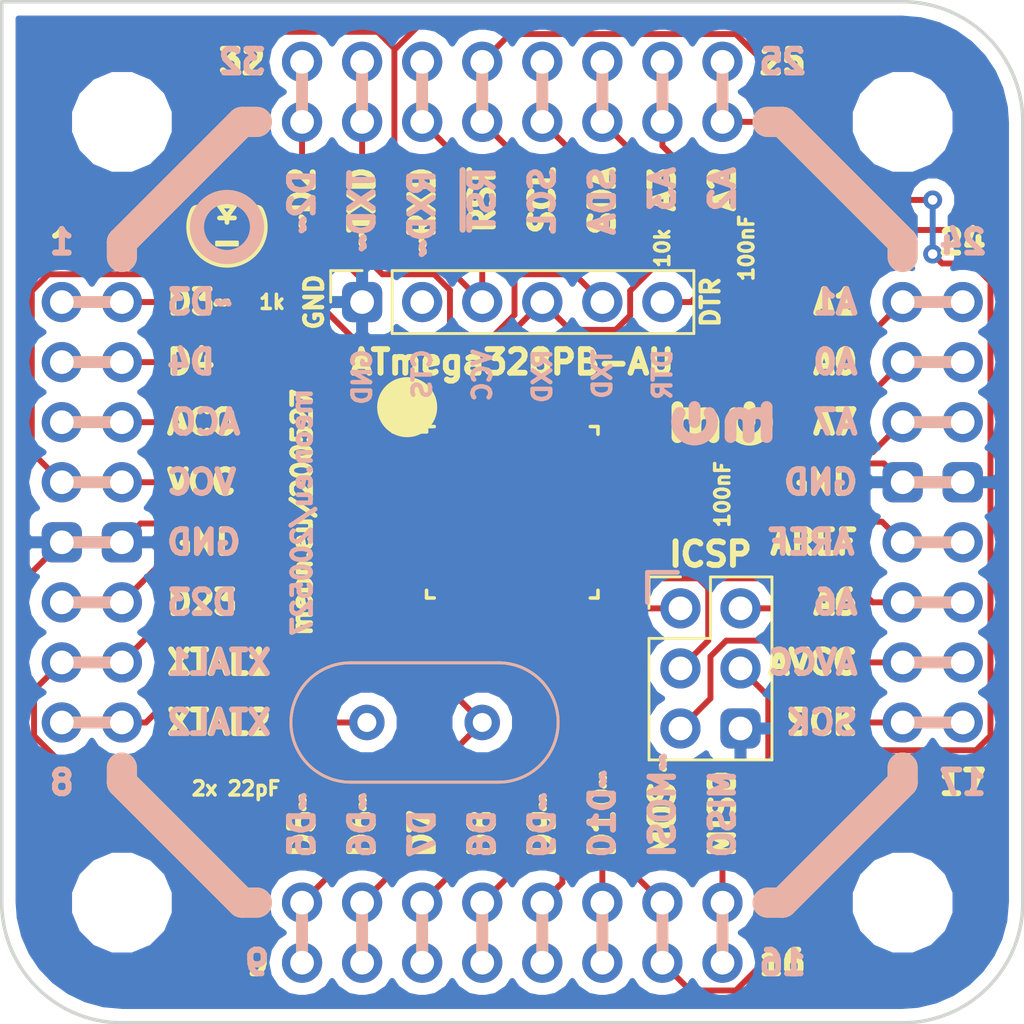
<source format=kicad_pcb>
(kicad_pcb (version 20171130) (host pcbnew 5.0.2+dfsg1-1)

  (general
    (thickness 1.6)
    (drawings 197)
    (tracks 363)
    (zones 0)
    (modules 24)
    (nets 34)
  )

  (page A4)
  (layers
    (0 F.Cu signal)
    (31 B.Cu signal)
    (32 B.Adhes user)
    (33 F.Adhes user)
    (34 B.Paste user)
    (35 F.Paste user)
    (36 B.SilkS user)
    (37 F.SilkS user)
    (38 B.Mask user)
    (39 F.Mask user)
    (40 Dwgs.User user)
    (41 Cmts.User user)
    (42 Eco1.User user)
    (43 Eco2.User user)
    (44 Edge.Cuts user)
    (45 Margin user)
    (46 B.CrtYd user)
    (47 F.CrtYd user)
    (48 B.Fab user)
    (49 F.Fab user hide)
  )

  (setup
    (last_trace_width 0.25)
    (trace_clearance 0.2)
    (zone_clearance 0.508)
    (zone_45_only no)
    (trace_min 0.2)
    (segment_width 0.2)
    (edge_width 0.15)
    (via_size 0.8)
    (via_drill 0.4)
    (via_min_size 0.4)
    (via_min_drill 0.3)
    (uvia_size 0.3)
    (uvia_drill 0.1)
    (uvias_allowed no)
    (uvia_min_size 0.2)
    (uvia_min_drill 0.1)
    (pcb_text_width 0.3)
    (pcb_text_size 1.5 1.5)
    (mod_edge_width 0.15)
    (mod_text_size 1 1)
    (mod_text_width 0.15)
    (pad_size 1.7 1.7)
    (pad_drill 1)
    (pad_to_mask_clearance 0.051)
    (solder_mask_min_width 0.25)
    (aux_axis_origin 0 0)
    (visible_elements FFFFFF7F)
    (pcbplotparams
      (layerselection 0x010fc_ffffffff)
      (usegerberextensions false)
      (usegerberattributes false)
      (usegerberadvancedattributes false)
      (creategerberjobfile false)
      (excludeedgelayer true)
      (linewidth 0.100000)
      (plotframeref false)
      (viasonmask false)
      (mode 1)
      (useauxorigin false)
      (hpglpennumber 1)
      (hpglpenspeed 20)
      (hpglpendiameter 15.000000)
      (psnegative false)
      (psa4output false)
      (plotreference true)
      (plotvalue true)
      (plotinvisibletext false)
      (padsonsilk false)
      (subtractmaskfromsilk false)
      (outputformat 1)
      (mirror false)
      (drillshape 1)
      (scaleselection 1)
      (outputdirectory ""))
  )

  (net 0 "")
  (net 1 AREF)
  (net 2 GND)
  (net 3 DTR)
  (net 4 ~RST)
  (net 5 XTAL1)
  (net 6 XTAL2)
  (net 7 D12_MISO)
  (net 8 VCC)
  (net 9 D13_SCK)
  (net 10 D11_MOSI)
  (net 11 RXD)
  (net 12 TXD)
  (net 13 D3)
  (net 14 D4)
  (net 15 ACO)
  (net 16 D23)
  (net 17 D10)
  (net 18 D9)
  (net 19 D8)
  (net 20 D7)
  (net 21 D6)
  (net 22 D5)
  (net 23 AVCC)
  (net 24 A6)
  (net 25 A7)
  (net 26 A0)
  (net 27 A1)
  (net 28 D2)
  (net 29 A5_SCL)
  (net 30 A4_SDA)
  (net 31 A3)
  (net 32 A2)
  (net 33 "Net-(D0-Pad2)")

  (net_class Default "This is the default net class."
    (clearance 0.2)
    (trace_width 0.25)
    (via_dia 0.8)
    (via_drill 0.4)
    (uvia_dia 0.3)
    (uvia_drill 0.1)
    (add_net A0)
    (add_net A1)
    (add_net A2)
    (add_net A3)
    (add_net A4_SDA)
    (add_net A5_SCL)
    (add_net A6)
    (add_net A7)
    (add_net ACO)
    (add_net AREF)
    (add_net AVCC)
    (add_net D10)
    (add_net D11_MOSI)
    (add_net D12_MISO)
    (add_net D13_SCK)
    (add_net D2)
    (add_net D23)
    (add_net D3)
    (add_net D4)
    (add_net D5)
    (add_net D6)
    (add_net D7)
    (add_net D8)
    (add_net D9)
    (add_net DTR)
    (add_net GND)
    (add_net "Net-(D0-Pad2)")
    (add_net RXD)
    (add_net TXD)
    (add_net VCC)
    (add_net XTAL1)
    (add_net XTAL2)
    (add_net ~RST)
  )

  (module Capacitor_SMD:C_0603_1608Metric_Pad1.05x0.95mm_HandSolder_no_lines (layer F.Cu) (tedit 5ECE85A5) (tstamp 5ED922E4)
    (at 152.4 114.554)
    (descr "Capacitor SMD 0603 (1608 Metric), square (rectangular) end terminal, IPC_7351 nominal with elongated pad for handsoldering. (Body size source: http://www.tortai-tech.com/upload/download/2011102023233369053.pdf), generated with kicad-footprint-generator")
    (tags "capacitor handsolder")
    (path /5ECB1BBE)
    (attr smd)
    (fp_text reference R1 (at 0 -1.43) (layer F.SilkS) hide
      (effects (font (size 1 1) (thickness 0.15)))
    )
    (fp_text value 10k (at 0 1.43) (layer F.Fab)
      (effects (font (size 1 1) (thickness 0.15)))
    )
    (fp_line (start -0.8 0.4) (end -0.8 -0.4) (layer F.Fab) (width 0.1))
    (fp_line (start -0.8 -0.4) (end 0.8 -0.4) (layer F.Fab) (width 0.1))
    (fp_line (start 0.8 -0.4) (end 0.8 0.4) (layer F.Fab) (width 0.1))
    (fp_line (start 0.8 0.4) (end -0.8 0.4) (layer F.Fab) (width 0.1))
    (fp_line (start -1.65 0.73) (end -1.65 -0.73) (layer F.CrtYd) (width 0.05))
    (fp_line (start -1.65 -0.73) (end 1.65 -0.73) (layer F.CrtYd) (width 0.05))
    (fp_line (start 1.65 -0.73) (end 1.65 0.73) (layer F.CrtYd) (width 0.05))
    (fp_line (start 1.65 0.73) (end -1.65 0.73) (layer F.CrtYd) (width 0.05))
    (fp_text user %R (at 0 0) (layer F.Fab)
      (effects (font (size 0.4 0.4) (thickness 0.06)))
    )
    (pad 1 smd roundrect (at -0.875 0) (size 1.05 0.95) (layers F.Cu F.Paste F.Mask) (roundrect_rratio 0.25)
      (net 8 VCC))
    (pad 2 smd roundrect (at 0.875 0) (size 1.05 0.95) (layers F.Cu F.Paste F.Mask) (roundrect_rratio 0.25)
      (net 4 ~RST))
    (model ${KISYS3DMOD}/Capacitor_SMD.3dshapes/C_0603_1608Metric.wrl
      (at (xyz 0 0 0))
      (scale (xyz 1 1 1))
      (rotate (xyz 0 0 0))
    )
  )

  (module Capacitor_SMD:C_0603_1608Metric_Pad1.05x0.95mm_HandSolder_no_lines (layer F.Cu) (tedit 5ECE85AA) (tstamp 5EE67536)
    (at 135.89 116.84 270)
    (descr "Capacitor SMD 0603 (1608 Metric), square (rectangular) end terminal, IPC_7351 nominal with elongated pad for handsoldering. (Body size source: http://www.tortai-tech.com/upload/download/2011102023233369053.pdf), generated with kicad-footprint-generator")
    (tags "capacitor handsolder")
    (path /5ECD0300)
    (attr smd)
    (fp_text reference R0 (at 0 -1.43 270) (layer F.SilkS) hide
      (effects (font (size 1 1) (thickness 0.15)))
    )
    (fp_text value 10k (at 0 1.43 270) (layer F.Fab)
      (effects (font (size 1 1) (thickness 0.15)))
    )
    (fp_line (start -0.8 0.4) (end -0.8 -0.4) (layer F.Fab) (width 0.1))
    (fp_line (start -0.8 -0.4) (end 0.8 -0.4) (layer F.Fab) (width 0.1))
    (fp_line (start 0.8 -0.4) (end 0.8 0.4) (layer F.Fab) (width 0.1))
    (fp_line (start 0.8 0.4) (end -0.8 0.4) (layer F.Fab) (width 0.1))
    (fp_line (start -1.65 0.73) (end -1.65 -0.73) (layer F.CrtYd) (width 0.05))
    (fp_line (start -1.65 -0.73) (end 1.65 -0.73) (layer F.CrtYd) (width 0.05))
    (fp_line (start 1.65 -0.73) (end 1.65 0.73) (layer F.CrtYd) (width 0.05))
    (fp_line (start 1.65 0.73) (end -1.65 0.73) (layer F.CrtYd) (width 0.05))
    (fp_text user %R (at 0 0 270) (layer F.Fab)
      (effects (font (size 0.4 0.4) (thickness 0.06)))
    )
    (pad 1 smd roundrect (at -0.875 0 270) (size 1.05 0.95) (layers F.Cu F.Paste F.Mask) (roundrect_rratio 0.25)
      (net 33 "Net-(D0-Pad2)"))
    (pad 2 smd roundrect (at 0.875 0 270) (size 1.05 0.95) (layers F.Cu F.Paste F.Mask) (roundrect_rratio 0.25)
      (net 8 VCC))
    (model ${KISYS3DMOD}/Capacitor_SMD.3dshapes/C_0603_1608Metric.wrl
      (at (xyz 0 0 0))
      (scale (xyz 1 1 1))
      (rotate (xyz 0 0 0))
    )
  )

  (module Capacitor_SMD:C_0603_1608Metric_Pad1.05x0.95mm_HandSolder_no_lines (layer F.Cu) (tedit 5ECE8518) (tstamp 5ED921DA)
    (at 154.94 124.968 180)
    (descr "Capacitor SMD 0603 (1608 Metric), square (rectangular) end terminal, IPC_7351 nominal with elongated pad for handsoldering. (Body size source: http://www.tortai-tech.com/upload/download/2011102023233369053.pdf), generated with kicad-footprint-generator")
    (tags "capacitor handsolder")
    (path /5EC9CAEA)
    (attr smd)
    (fp_text reference C0 (at 0 -1.43 180) (layer F.SilkS) hide
      (effects (font (size 1 1) (thickness 0.15)))
    )
    (fp_text value 100nF (at 0 1.43 180) (layer F.Fab)
      (effects (font (size 1 1) (thickness 0.15)))
    )
    (fp_text user %R (at 0 0 180) (layer F.Fab)
      (effects (font (size 0.4 0.4) (thickness 0.06)))
    )
    (fp_line (start 1.65 0.73) (end -1.65 0.73) (layer F.CrtYd) (width 0.05))
    (fp_line (start 1.65 -0.73) (end 1.65 0.73) (layer F.CrtYd) (width 0.05))
    (fp_line (start -1.65 -0.73) (end 1.65 -0.73) (layer F.CrtYd) (width 0.05))
    (fp_line (start -1.65 0.73) (end -1.65 -0.73) (layer F.CrtYd) (width 0.05))
    (fp_line (start 0.8 0.4) (end -0.8 0.4) (layer F.Fab) (width 0.1))
    (fp_line (start 0.8 -0.4) (end 0.8 0.4) (layer F.Fab) (width 0.1))
    (fp_line (start -0.8 -0.4) (end 0.8 -0.4) (layer F.Fab) (width 0.1))
    (fp_line (start -0.8 0.4) (end -0.8 -0.4) (layer F.Fab) (width 0.1))
    (pad 2 smd roundrect (at 0.875 0 180) (size 1.05 0.95) (layers F.Cu F.Paste F.Mask) (roundrect_rratio 0.25)
      (net 2 GND))
    (pad 1 smd roundrect (at -0.875 0 180) (size 1.05 0.95) (layers F.Cu F.Paste F.Mask) (roundrect_rratio 0.25)
      (net 1 AREF))
    (model ${KISYS3DMOD}/Capacitor_SMD.3dshapes/C_0603_1608Metric.wrl
      (at (xyz 0 0 0))
      (scale (xyz 1 1 1))
      (rotate (xyz 0 0 0))
    )
  )

  (module Capacitor_SMD:C_0603_1608Metric_Pad1.05x0.95mm_HandSolder_no_lines (layer F.Cu) (tedit 5ECE850B) (tstamp 5ED921EB)
    (at 155.956 114.554 180)
    (descr "Capacitor SMD 0603 (1608 Metric), square (rectangular) end terminal, IPC_7351 nominal with elongated pad for handsoldering. (Body size source: http://www.tortai-tech.com/upload/download/2011102023233369053.pdf), generated with kicad-footprint-generator")
    (tags "capacitor handsolder")
    (path /5ECB17B2)
    (attr smd)
    (fp_text reference C2 (at 0 -1.43 180) (layer F.SilkS) hide
      (effects (font (size 1 1) (thickness 0.15)))
    )
    (fp_text value 100nF (at 0 1.43 180) (layer F.Fab)
      (effects (font (size 1 1) (thickness 0.15)))
    )
    (fp_text user %R (at 0 0 180) (layer F.Fab)
      (effects (font (size 0.4 0.4) (thickness 0.06)))
    )
    (fp_line (start 1.65 0.73) (end -1.65 0.73) (layer F.CrtYd) (width 0.05))
    (fp_line (start 1.65 -0.73) (end 1.65 0.73) (layer F.CrtYd) (width 0.05))
    (fp_line (start -1.65 -0.73) (end 1.65 -0.73) (layer F.CrtYd) (width 0.05))
    (fp_line (start -1.65 0.73) (end -1.65 -0.73) (layer F.CrtYd) (width 0.05))
    (fp_line (start 0.8 0.4) (end -0.8 0.4) (layer F.Fab) (width 0.1))
    (fp_line (start 0.8 -0.4) (end 0.8 0.4) (layer F.Fab) (width 0.1))
    (fp_line (start -0.8 -0.4) (end 0.8 -0.4) (layer F.Fab) (width 0.1))
    (fp_line (start -0.8 0.4) (end -0.8 -0.4) (layer F.Fab) (width 0.1))
    (pad 2 smd roundrect (at 0.875 0 180) (size 1.05 0.95) (layers F.Cu F.Paste F.Mask) (roundrect_rratio 0.25)
      (net 3 DTR))
    (pad 1 smd roundrect (at -0.875 0 180) (size 1.05 0.95) (layers F.Cu F.Paste F.Mask) (roundrect_rratio 0.25)
      (net 4 ~RST))
    (model ${KISYS3DMOD}/Capacitor_SMD.3dshapes/C_0603_1608Metric.wrl
      (at (xyz 0 0 0))
      (scale (xyz 1 1 1))
      (rotate (xyz 0 0 0))
    )
  )

  (module Capacitor_SMD:C_0603_1608Metric_Pad1.05x0.95mm_HandSolder_no_lines (layer F.Cu) (tedit 5ECE8522) (tstamp 5ED921FC)
    (at 133.35 137.414 90)
    (descr "Capacitor SMD 0603 (1608 Metric), square (rectangular) end terminal, IPC_7351 nominal with elongated pad for handsoldering. (Body size source: http://www.tortai-tech.com/upload/download/2011102023233369053.pdf), generated with kicad-footprint-generator")
    (tags "capacitor handsolder")
    (path /5ECAFF1D)
    (attr smd)
    (fp_text reference C11 (at 0 -1.43 90) (layer F.SilkS) hide
      (effects (font (size 1 1) (thickness 0.15)))
    )
    (fp_text value 22pF (at 0 1.43 90) (layer F.Fab)
      (effects (font (size 1 1) (thickness 0.15)))
    )
    (fp_text user %R (at 0 0 90) (layer F.Fab)
      (effects (font (size 0.4 0.4) (thickness 0.06)))
    )
    (fp_line (start 1.65 0.73) (end -1.65 0.73) (layer F.CrtYd) (width 0.05))
    (fp_line (start 1.65 -0.73) (end 1.65 0.73) (layer F.CrtYd) (width 0.05))
    (fp_line (start -1.65 -0.73) (end 1.65 -0.73) (layer F.CrtYd) (width 0.05))
    (fp_line (start -1.65 0.73) (end -1.65 -0.73) (layer F.CrtYd) (width 0.05))
    (fp_line (start 0.8 0.4) (end -0.8 0.4) (layer F.Fab) (width 0.1))
    (fp_line (start 0.8 -0.4) (end 0.8 0.4) (layer F.Fab) (width 0.1))
    (fp_line (start -0.8 -0.4) (end 0.8 -0.4) (layer F.Fab) (width 0.1))
    (fp_line (start -0.8 0.4) (end -0.8 -0.4) (layer F.Fab) (width 0.1))
    (pad 2 smd roundrect (at 0.875 0 90) (size 1.05 0.95) (layers F.Cu F.Paste F.Mask) (roundrect_rratio 0.25)
      (net 5 XTAL1))
    (pad 1 smd roundrect (at -0.875 0 90) (size 1.05 0.95) (layers F.Cu F.Paste F.Mask) (roundrect_rratio 0.25)
      (net 2 GND))
    (model ${KISYS3DMOD}/Capacitor_SMD.3dshapes/C_0603_1608Metric.wrl
      (at (xyz 0 0 0))
      (scale (xyz 1 1 1))
      (rotate (xyz 0 0 0))
    )
  )

  (module Capacitor_SMD:C_0603_1608Metric_Pad1.05x0.95mm_HandSolder_no_lines (layer F.Cu) (tedit 5ECE851F) (tstamp 5ED9220D)
    (at 135.128 137.414 270)
    (descr "Capacitor SMD 0603 (1608 Metric), square (rectangular) end terminal, IPC_7351 nominal with elongated pad for handsoldering. (Body size source: http://www.tortai-tech.com/upload/download/2011102023233369053.pdf), generated with kicad-footprint-generator")
    (tags "capacitor handsolder")
    (path /5ECAFF66)
    (attr smd)
    (fp_text reference C12 (at 0 -1.43 270) (layer F.SilkS) hide
      (effects (font (size 1 1) (thickness 0.15)))
    )
    (fp_text value 22pF (at 0 1.43 270) (layer F.Fab)
      (effects (font (size 1 1) (thickness 0.15)))
    )
    (fp_text user %R (at 0 0 270) (layer F.Fab)
      (effects (font (size 0.4 0.4) (thickness 0.06)))
    )
    (fp_line (start 1.65 0.73) (end -1.65 0.73) (layer F.CrtYd) (width 0.05))
    (fp_line (start 1.65 -0.73) (end 1.65 0.73) (layer F.CrtYd) (width 0.05))
    (fp_line (start -1.65 -0.73) (end 1.65 -0.73) (layer F.CrtYd) (width 0.05))
    (fp_line (start -1.65 0.73) (end -1.65 -0.73) (layer F.CrtYd) (width 0.05))
    (fp_line (start 0.8 0.4) (end -0.8 0.4) (layer F.Fab) (width 0.1))
    (fp_line (start 0.8 -0.4) (end 0.8 0.4) (layer F.Fab) (width 0.1))
    (fp_line (start -0.8 -0.4) (end 0.8 -0.4) (layer F.Fab) (width 0.1))
    (fp_line (start -0.8 0.4) (end -0.8 -0.4) (layer F.Fab) (width 0.1))
    (pad 2 smd roundrect (at 0.875 0 270) (size 1.05 0.95) (layers F.Cu F.Paste F.Mask) (roundrect_rratio 0.25)
      (net 2 GND))
    (pad 1 smd roundrect (at -0.875 0 270) (size 1.05 0.95) (layers F.Cu F.Paste F.Mask) (roundrect_rratio 0.25)
      (net 6 XTAL2))
    (model ${KISYS3DMOD}/Capacitor_SMD.3dshapes/C_0603_1608Metric.wrl
      (at (xyz 0 0 0))
      (scale (xyz 1 1 1))
      (rotate (xyz 0 0 0))
    )
  )

  (module MountingHole:MountingHole_3.2mm_M3_ISO14580 (layer F.Cu) (tedit 5ECBBE14) (tstamp 5EE5DA41)
    (at 162.56 142.24)
    (descr "Mounting Hole 3.2mm, no annular, M3, ISO14580")
    (tags "mounting hole 3.2mm no annular m3 iso14580")
    (attr virtual)
    (fp_text reference REF** (at 0 -3.75) (layer F.SilkS) hide
      (effects (font (size 1 1) (thickness 0.15)))
    )
    (fp_text value MountingHole_3.2mm_M3_ISO14580 (at 0 3.75) (layer F.Fab)
      (effects (font (size 1 1) (thickness 0.15)))
    )
    (fp_text user %R (at 0.3 0) (layer F.Fab)
      (effects (font (size 1 1) (thickness 0.15)))
    )
    (fp_circle (center 0 0) (end 2.75 0) (layer Cmts.User) (width 0.15))
    (fp_circle (center 0 0) (end 3 0) (layer F.CrtYd) (width 0.05))
    (pad 1 np_thru_hole circle (at 0 0) (size 3.2 3.2) (drill 3.2) (layers *.Cu *.Mask))
  )

  (module MountingHole:MountingHole_3.2mm_M3_ISO14580 (layer F.Cu) (tedit 5ECBBE1B) (tstamp 5EE5DA33)
    (at 129.54 142.24)
    (descr "Mounting Hole 3.2mm, no annular, M3, ISO14580")
    (tags "mounting hole 3.2mm no annular m3 iso14580")
    (attr virtual)
    (fp_text reference REF** (at 0 -3.75) (layer F.SilkS) hide
      (effects (font (size 1 1) (thickness 0.15)))
    )
    (fp_text value MountingHole_3.2mm_M3_ISO14580 (at 0 3.75) (layer F.Fab)
      (effects (font (size 1 1) (thickness 0.15)))
    )
    (fp_circle (center 0 0) (end 3 0) (layer F.CrtYd) (width 0.05))
    (fp_circle (center 0 0) (end 2.75 0) (layer Cmts.User) (width 0.15))
    (fp_text user %R (at 0.3 0) (layer F.Fab)
      (effects (font (size 1 1) (thickness 0.15)))
    )
    (pad 1 np_thru_hole circle (at 0 0) (size 3.2 3.2) (drill 3.2) (layers *.Cu *.Mask))
  )

  (module MountingHole:MountingHole_3.2mm_M3_ISO14580 (layer F.Cu) (tedit 5ECBBE1F) (tstamp 5EE5DA25)
    (at 129.54 109.22)
    (descr "Mounting Hole 3.2mm, no annular, M3, ISO14580")
    (tags "mounting hole 3.2mm no annular m3 iso14580")
    (attr virtual)
    (fp_text reference REF** (at 0 -3.75) (layer F.SilkS) hide
      (effects (font (size 1 1) (thickness 0.15)))
    )
    (fp_text value MountingHole_3.2mm_M3_ISO14580 (at 0 3.75) (layer F.Fab)
      (effects (font (size 1 1) (thickness 0.15)))
    )
    (fp_text user %R (at 0.3 0) (layer F.Fab)
      (effects (font (size 1 1) (thickness 0.15)))
    )
    (fp_circle (center 0 0) (end 2.75 0) (layer Cmts.User) (width 0.15))
    (fp_circle (center 0 0) (end 3 0) (layer F.CrtYd) (width 0.05))
    (pad 1 np_thru_hole circle (at 0 0) (size 3.2 3.2) (drill 3.2) (layers *.Cu *.Mask))
  )

  (module Connector_PinHeader_2.54mm:PinHeader_1x08_P2.54mm_Vertical_no_lines (layer F.Cu) (tedit 5D8F7B19) (tstamp 5EE5D9D4)
    (at 137.16 144.78 90)
    (descr "Through hole straight pin header, 1x08, 2.54mm pitch, single row")
    (tags "Through hole pin header THT 1x08 2.54mm single row")
    (path /5ECBD255)
    (fp_text reference J32 (at 0 -2.33 90) (layer F.SilkS) hide
      (effects (font (size 1 1) (thickness 0.15)))
    )
    (fp_text value pins_8_16 (at 0 20.11 90) (layer F.Fab) hide
      (effects (font (size 1 1) (thickness 0.15)))
    )
    (fp_line (start -0.635 -1.27) (end 1.27 -1.27) (layer F.Fab) (width 0.1))
    (fp_line (start 1.27 -1.27) (end 1.27 19.05) (layer F.Fab) (width 0.1))
    (fp_line (start 1.27 19.05) (end -1.27 19.05) (layer F.Fab) (width 0.1))
    (fp_line (start -1.27 19.05) (end -1.27 -0.635) (layer F.Fab) (width 0.1))
    (fp_line (start -1.27 -0.635) (end -0.635 -1.27) (layer F.Fab) (width 0.1))
    (fp_line (start -1.8 -1.8) (end -1.8 19.55) (layer F.CrtYd) (width 0.05))
    (fp_line (start -1.8 19.55) (end 1.8 19.55) (layer F.CrtYd) (width 0.05))
    (fp_line (start 1.8 19.55) (end 1.8 -1.8) (layer F.CrtYd) (width 0.05))
    (fp_line (start 1.8 -1.8) (end -1.8 -1.8) (layer F.CrtYd) (width 0.05))
    (fp_text user %R (at 0 8.89 180) (layer F.Fab)
      (effects (font (size 1 1) (thickness 0.15)))
    )
    (pad 1 thru_hole oval (at 0 0 90) (size 1.7 1.7) (drill 1) (layers *.Cu *.Mask)
      (net 22 D5))
    (pad 2 thru_hole oval (at 0 2.54 90) (size 1.7 1.7) (drill 1) (layers *.Cu *.Mask)
      (net 21 D6))
    (pad 3 thru_hole oval (at 0 5.08 90) (size 1.7 1.7) (drill 1) (layers *.Cu *.Mask)
      (net 20 D7))
    (pad 4 thru_hole oval (at 0 7.62 90) (size 1.7 1.7) (drill 1) (layers *.Cu *.Mask)
      (net 19 D8))
    (pad 5 thru_hole oval (at 0 10.16 90) (size 1.7 1.7) (drill 1) (layers *.Cu *.Mask)
      (net 18 D9))
    (pad 6 thru_hole oval (at 0 12.7 90) (size 1.7 1.7) (drill 1) (layers *.Cu *.Mask)
      (net 17 D10))
    (pad 7 thru_hole oval (at 0 15.24 90) (size 1.7 1.7) (drill 1) (layers *.Cu *.Mask)
      (net 10 D11_MOSI))
    (pad 8 thru_hole oval (at 0 17.78 90) (size 1.7 1.7) (drill 1) (layers *.Cu *.Mask)
      (net 7 D12_MISO))
    (model ${KISYS3DMOD}/Connector_PinHeader_2.54mm.3dshapes/PinHeader_1x08_P2.54mm_Vertical.wrl
      (at (xyz 0 0 0))
      (scale (xyz 1 1 1))
      (rotate (xyz 0 0 0))
    )
  )

  (module Connector_PinHeader_2.54mm:PinHeader_1x08_P2.54mm_Vertical_no_lines (layer F.Cu) (tedit 5ECBBDB6) (tstamp 5EE5D9A9)
    (at 165.1 134.62 180)
    (descr "Through hole straight pin header, 1x08, 2.54mm pitch, single row")
    (tags "Through hole pin header THT 1x08 2.54mm single row")
    (path /5ECBD357)
    (fp_text reference J33 (at 0 -2.33 180) (layer F.SilkS) hide
      (effects (font (size 1 1) (thickness 0.15)))
    )
    (fp_text value pins_17_24 (at 0 20.11 180) (layer F.Fab) hide
      (effects (font (size 1 1) (thickness 0.15)))
    )
    (fp_text user %R (at 0 8.89 270) (layer F.Fab)
      (effects (font (size 1 1) (thickness 0.15)))
    )
    (fp_line (start 1.8 -1.8) (end -1.8 -1.8) (layer F.CrtYd) (width 0.05))
    (fp_line (start 1.8 19.55) (end 1.8 -1.8) (layer F.CrtYd) (width 0.05))
    (fp_line (start -1.8 19.55) (end 1.8 19.55) (layer F.CrtYd) (width 0.05))
    (fp_line (start -1.8 -1.8) (end -1.8 19.55) (layer F.CrtYd) (width 0.05))
    (fp_line (start -1.27 -0.635) (end -0.635 -1.27) (layer F.Fab) (width 0.1))
    (fp_line (start -1.27 19.05) (end -1.27 -0.635) (layer F.Fab) (width 0.1))
    (fp_line (start 1.27 19.05) (end -1.27 19.05) (layer F.Fab) (width 0.1))
    (fp_line (start 1.27 -1.27) (end 1.27 19.05) (layer F.Fab) (width 0.1))
    (fp_line (start -0.635 -1.27) (end 1.27 -1.27) (layer F.Fab) (width 0.1))
    (pad 8 thru_hole oval (at 0 17.78 180) (size 1.7 1.7) (drill 1) (layers *.Cu *.Mask)
      (net 27 A1))
    (pad 7 thru_hole oval (at 0 15.24 180) (size 1.7 1.7) (drill 1) (layers *.Cu *.Mask)
      (net 26 A0))
    (pad 6 thru_hole oval (at 0 12.7 180) (size 1.7 1.7) (drill 1) (layers *.Cu *.Mask)
      (net 25 A7))
    (pad 5 thru_hole roundrect (at 0 10.16 180) (size 1.7 1.7) (drill 1) (layers *.Cu *.Mask) (roundrect_rratio 0.25)
      (net 2 GND))
    (pad 4 thru_hole oval (at 0 7.62 180) (size 1.7 1.7) (drill 1) (layers *.Cu *.Mask)
      (net 1 AREF))
    (pad 3 thru_hole oval (at 0 5.08 180) (size 1.7 1.7) (drill 1) (layers *.Cu *.Mask)
      (net 24 A6))
    (pad 2 thru_hole oval (at 0 2.54 180) (size 1.7 1.7) (drill 1) (layers *.Cu *.Mask)
      (net 23 AVCC))
    (pad 1 thru_hole oval (at 0 0 180) (size 1.7 1.7) (drill 1) (layers *.Cu *.Mask)
      (net 9 D13_SCK))
    (model ${KISYS3DMOD}/Connector_PinHeader_2.54mm.3dshapes/PinHeader_1x08_P2.54mm_Vertical.wrl
      (at (xyz 0 0 0))
      (scale (xyz 1 1 1))
      (rotate (xyz 0 0 0))
    )
  )

  (module Connector_PinHeader_2.54mm:PinHeader_1x08_P2.54mm_Vertical_no_lines (layer F.Cu) (tedit 5ECBBD9F) (tstamp 5EE5D97D)
    (at 127 116.84)
    (descr "Through hole straight pin header, 1x08, 2.54mm pitch, single row")
    (tags "Through hole pin header THT 1x08 2.54mm single row")
    (path /5ECBC224)
    (fp_text reference J31 (at 0 -2.33) (layer F.SilkS) hide
      (effects (font (size 1 1) (thickness 0.15)))
    )
    (fp_text value pins_1_8 (at 0 20.11) (layer F.Fab) hide
      (effects (font (size 1 1) (thickness 0.15)))
    )
    (fp_text user %R (at 0 8.89 90) (layer F.Fab)
      (effects (font (size 1 1) (thickness 0.15)))
    )
    (fp_line (start 1.8 -1.8) (end -1.8 -1.8) (layer F.CrtYd) (width 0.05))
    (fp_line (start 1.8 19.55) (end 1.8 -1.8) (layer F.CrtYd) (width 0.05))
    (fp_line (start -1.8 19.55) (end 1.8 19.55) (layer F.CrtYd) (width 0.05))
    (fp_line (start -1.8 -1.8) (end -1.8 19.55) (layer F.CrtYd) (width 0.05))
    (fp_line (start -1.27 -0.635) (end -0.635 -1.27) (layer F.Fab) (width 0.1))
    (fp_line (start -1.27 19.05) (end -1.27 -0.635) (layer F.Fab) (width 0.1))
    (fp_line (start 1.27 19.05) (end -1.27 19.05) (layer F.Fab) (width 0.1))
    (fp_line (start 1.27 -1.27) (end 1.27 19.05) (layer F.Fab) (width 0.1))
    (fp_line (start -0.635 -1.27) (end 1.27 -1.27) (layer F.Fab) (width 0.1))
    (pad 8 thru_hole oval (at 0 17.78) (size 1.7 1.7) (drill 1) (layers *.Cu *.Mask)
      (net 6 XTAL2))
    (pad 7 thru_hole oval (at 0 15.24) (size 1.7 1.7) (drill 1) (layers *.Cu *.Mask)
      (net 5 XTAL1))
    (pad 6 thru_hole oval (at 0 12.7) (size 1.7 1.7) (drill 1) (layers *.Cu *.Mask)
      (net 16 D23))
    (pad 5 thru_hole roundrect (at 0 10.16) (size 1.7 1.7) (drill 1) (layers *.Cu *.Mask) (roundrect_rratio 0.25)
      (net 2 GND))
    (pad 4 thru_hole oval (at 0 7.62) (size 1.7 1.7) (drill 1) (layers *.Cu *.Mask)
      (net 8 VCC))
    (pad 3 thru_hole oval (at 0 5.08) (size 1.7 1.7) (drill 1) (layers *.Cu *.Mask)
      (net 15 ACO))
    (pad 2 thru_hole oval (at 0 2.54) (size 1.7 1.7) (drill 1) (layers *.Cu *.Mask)
      (net 14 D4))
    (pad 1 thru_hole oval (at 0 0) (size 1.7 1.7) (drill 1) (layers *.Cu *.Mask)
      (net 13 D3))
    (model ${KISYS3DMOD}/Connector_PinHeader_2.54mm.3dshapes/PinHeader_1x08_P2.54mm_Vertical.wrl
      (at (xyz 0 0 0))
      (scale (xyz 1 1 1))
      (rotate (xyz 0 0 0))
    )
  )

  (module Connector_PinHeader_2.54mm:PinHeader_1x08_P2.54mm_Vertical_no_lines (layer F.Cu) (tedit 5D8F7B19) (tstamp 5EE5D952)
    (at 154.94 106.68 270)
    (descr "Through hole straight pin header, 1x08, 2.54mm pitch, single row")
    (tags "Through hole pin header THT 1x08 2.54mm single row")
    (path /5ECBD446)
    (fp_text reference J34 (at 0 -2.33 270) (layer F.SilkS) hide
      (effects (font (size 1 1) (thickness 0.15)))
    )
    (fp_text value pins_25_32 (at 0 20.11 270) (layer F.Fab) hide
      (effects (font (size 1 1) (thickness 0.15)))
    )
    (fp_line (start -0.635 -1.27) (end 1.27 -1.27) (layer F.Fab) (width 0.1))
    (fp_line (start 1.27 -1.27) (end 1.27 19.05) (layer F.Fab) (width 0.1))
    (fp_line (start 1.27 19.05) (end -1.27 19.05) (layer F.Fab) (width 0.1))
    (fp_line (start -1.27 19.05) (end -1.27 -0.635) (layer F.Fab) (width 0.1))
    (fp_line (start -1.27 -0.635) (end -0.635 -1.27) (layer F.Fab) (width 0.1))
    (fp_line (start -1.8 -1.8) (end -1.8 19.55) (layer F.CrtYd) (width 0.05))
    (fp_line (start -1.8 19.55) (end 1.8 19.55) (layer F.CrtYd) (width 0.05))
    (fp_line (start 1.8 19.55) (end 1.8 -1.8) (layer F.CrtYd) (width 0.05))
    (fp_line (start 1.8 -1.8) (end -1.8 -1.8) (layer F.CrtYd) (width 0.05))
    (fp_text user %R (at 0 8.89) (layer F.Fab)
      (effects (font (size 1 1) (thickness 0.15)))
    )
    (pad 1 thru_hole oval (at 0 0 270) (size 1.7 1.7) (drill 1) (layers *.Cu *.Mask)
      (net 32 A2))
    (pad 2 thru_hole oval (at 0 2.54 270) (size 1.7 1.7) (drill 1) (layers *.Cu *.Mask)
      (net 31 A3))
    (pad 3 thru_hole oval (at 0 5.08 270) (size 1.7 1.7) (drill 1) (layers *.Cu *.Mask)
      (net 30 A4_SDA))
    (pad 4 thru_hole oval (at 0 7.62 270) (size 1.7 1.7) (drill 1) (layers *.Cu *.Mask)
      (net 29 A5_SCL))
    (pad 5 thru_hole oval (at 0 10.16 270) (size 1.7 1.7) (drill 1) (layers *.Cu *.Mask)
      (net 4 ~RST))
    (pad 6 thru_hole oval (at 0 12.7 270) (size 1.7 1.7) (drill 1) (layers *.Cu *.Mask)
      (net 11 RXD))
    (pad 7 thru_hole oval (at 0 15.24 270) (size 1.7 1.7) (drill 1) (layers *.Cu *.Mask)
      (net 12 TXD))
    (pad 8 thru_hole oval (at 0 17.78 270) (size 1.7 1.7) (drill 1) (layers *.Cu *.Mask)
      (net 28 D2))
    (model ${KISYS3DMOD}/Connector_PinHeader_2.54mm.3dshapes/PinHeader_1x08_P2.54mm_Vertical.wrl
      (at (xyz 0 0 0))
      (scale (xyz 1 1 1))
      (rotate (xyz 0 0 0))
    )
  )

  (module Connector_PinSocket_2.54mm:PinSocket_1x06_P2.54mm_Vertical (layer F.Cu) (tedit 5ECBBDC5) (tstamp 5ED9227B)
    (at 139.7 116.84 90)
    (descr "Through hole straight socket strip, 1x06, 2.54mm pitch, single row (from Kicad 4.0.7), script generated")
    (tags "Through hole socket strip THT 1x06 2.54mm single row")
    (path /5ECB1079)
    (fp_text reference J1 (at 0 -2.77 90) (layer F.SilkS) hide
      (effects (font (size 1 1) (thickness 0.15)))
    )
    (fp_text value USB_to_TTL (at 0 15.47 90) (layer F.Fab)
      (effects (font (size 1 1) (thickness 0.15)))
    )
    (fp_text user %R (at 0 6.35 180) (layer F.Fab)
      (effects (font (size 1 1) (thickness 0.15)))
    )
    (fp_line (start -1.8 14.45) (end -1.8 -1.8) (layer F.CrtYd) (width 0.05))
    (fp_line (start 1.75 14.45) (end -1.8 14.45) (layer F.CrtYd) (width 0.05))
    (fp_line (start 1.75 -1.8) (end 1.75 14.45) (layer F.CrtYd) (width 0.05))
    (fp_line (start -1.8 -1.8) (end 1.75 -1.8) (layer F.CrtYd) (width 0.05))
    (fp_line (start 0 -1.33) (end 1.33 -1.33) (layer F.SilkS) (width 0.12))
    (fp_line (start 1.33 -1.33) (end 1.33 0) (layer F.SilkS) (width 0.12))
    (fp_line (start 1.33 1.27) (end 1.33 14.03) (layer F.SilkS) (width 0.12))
    (fp_line (start -1.33 14.03) (end 1.33 14.03) (layer F.SilkS) (width 0.12))
    (fp_line (start -1.33 1.27) (end -1.33 14.03) (layer F.SilkS) (width 0.12))
    (fp_line (start -1.33 1.27) (end 1.33 1.27) (layer F.SilkS) (width 0.12))
    (fp_line (start -1.27 13.97) (end -1.27 -1.27) (layer F.Fab) (width 0.1))
    (fp_line (start 1.27 13.97) (end -1.27 13.97) (layer F.Fab) (width 0.1))
    (fp_line (start 1.27 -0.635) (end 1.27 13.97) (layer F.Fab) (width 0.1))
    (fp_line (start 0.635 -1.27) (end 1.27 -0.635) (layer F.Fab) (width 0.1))
    (fp_line (start -1.27 -1.27) (end 0.635 -1.27) (layer F.Fab) (width 0.1))
    (pad 6 thru_hole oval (at 0 12.7 90) (size 1.7 1.7) (drill 1) (layers *.Cu *.Mask)
      (net 3 DTR))
    (pad 5 thru_hole oval (at 0 10.16 90) (size 1.7 1.7) (drill 1) (layers *.Cu *.Mask)
      (net 12 TXD))
    (pad 4 thru_hole oval (at 0 7.62 90) (size 1.7 1.7) (drill 1) (layers *.Cu *.Mask)
      (net 11 RXD))
    (pad 3 thru_hole oval (at 0 5.08 90) (size 1.7 1.7) (drill 1) (layers *.Cu *.Mask)
      (net 8 VCC))
    (pad 2 thru_hole oval (at 0 2.54 90) (size 1.7 1.7) (drill 1) (layers *.Cu *.Mask))
    (pad 1 thru_hole roundrect (at 0 0 90) (size 1.7 1.7) (drill 1) (layers *.Cu *.Mask) (roundrect_rratio 0.25)
      (net 2 GND))
    (model ${KISYS3DMOD}/Connector_PinSocket_2.54mm.3dshapes/PinSocket_1x06_P2.54mm_Vertical.wrl
      (at (xyz 0 0 0))
      (scale (xyz 1 1 1))
      (rotate (xyz 0 0 0))
    )
  )

  (module Connector_PinHeader_2.54mm:PinHeader_2x03_P2.54mm_Vertical (layer F.Cu) (tedit 5ECBBDBD) (tstamp 5ED0DE3C)
    (at 153.162 129.794)
    (descr "Through hole straight pin header, 2x03, 2.54mm pitch, double rows")
    (tags "Through hole pin header THT 2x03 2.54mm double row")
    (path /5ECBA45E)
    (fp_text reference J0 (at 1.27 -2.33) (layer F.SilkS) hide
      (effects (font (size 1 1) (thickness 0.15)))
    )
    (fp_text value ICSP (at 1.27 7.41) (layer F.Fab)
      (effects (font (size 1 1) (thickness 0.15)))
    )
    (fp_line (start 0 -1.27) (end 3.81 -1.27) (layer F.Fab) (width 0.1))
    (fp_line (start 3.81 -1.27) (end 3.81 6.35) (layer F.Fab) (width 0.1))
    (fp_line (start 3.81 6.35) (end -1.27 6.35) (layer F.Fab) (width 0.1))
    (fp_line (start -1.27 6.35) (end -1.27 0) (layer F.Fab) (width 0.1))
    (fp_line (start -1.27 0) (end 0 -1.27) (layer F.Fab) (width 0.1))
    (fp_line (start -1.33 6.41) (end 3.87 6.41) (layer F.SilkS) (width 0.12))
    (fp_line (start -1.33 1.27) (end -1.33 6.41) (layer F.SilkS) (width 0.12))
    (fp_line (start 3.87 -1.33) (end 3.87 6.41) (layer F.SilkS) (width 0.12))
    (fp_line (start -1.33 1.27) (end 1.27 1.27) (layer F.SilkS) (width 0.12))
    (fp_line (start 1.27 1.27) (end 1.27 -1.33) (layer F.SilkS) (width 0.12))
    (fp_line (start 1.27 -1.33) (end 3.87 -1.33) (layer F.SilkS) (width 0.12))
    (fp_line (start -1.33 0) (end -1.33 -1.33) (layer F.SilkS) (width 0.12))
    (fp_line (start -1.33 -1.33) (end 0 -1.33) (layer F.SilkS) (width 0.12))
    (fp_line (start -1.8 -1.8) (end -1.8 6.85) (layer F.CrtYd) (width 0.05))
    (fp_line (start -1.8 6.85) (end 4.35 6.85) (layer F.CrtYd) (width 0.05))
    (fp_line (start 4.35 6.85) (end 4.35 -1.8) (layer F.CrtYd) (width 0.05))
    (fp_line (start 4.35 -1.8) (end -1.8 -1.8) (layer F.CrtYd) (width 0.05))
    (fp_text user %R (at 1.27 2.54 90) (layer F.Fab)
      (effects (font (size 1 1) (thickness 0.15)))
    )
    (pad 1 thru_hole circle (at 0 0) (size 1.7 1.7) (drill 1) (layers *.Cu *.Mask)
      (net 7 D12_MISO))
    (pad 2 thru_hole oval (at 2.54 0) (size 1.7 1.7) (drill 1) (layers *.Cu *.Mask)
      (net 8 VCC))
    (pad 3 thru_hole oval (at 0 2.54) (size 1.7 1.7) (drill 1) (layers *.Cu *.Mask)
      (net 9 D13_SCK))
    (pad 4 thru_hole oval (at 2.54 2.54) (size 1.7 1.7) (drill 1) (layers *.Cu *.Mask)
      (net 10 D11_MOSI))
    (pad 5 thru_hole oval (at 0 5.08) (size 1.7 1.7) (drill 1) (layers *.Cu *.Mask)
      (net 4 ~RST))
    (pad 6 thru_hole roundrect (at 2.54 5.08) (size 1.7 1.7) (drill 1) (layers *.Cu *.Mask) (roundrect_rratio 0.25)
      (net 2 GND))
    (model ${KISYS3DMOD}/Connector_PinHeader_2.54mm.3dshapes/PinHeader_2x03_P2.54mm_Vertical.wrl
      (at (xyz 0 0 0))
      (scale (xyz 1 1 1))
      (rotate (xyz 0 0 0))
    )
  )

  (module Connector_PinHeader_2.54mm:PinHeader_1x08_P2.54mm_Vertical_no_lines (layer F.Cu) (tedit 5ECBBDA5) (tstamp 5ED92291)
    (at 129.54 116.84)
    (descr "Through hole straight pin header, 1x08, 2.54mm pitch, single row")
    (tags "Through hole pin header THT 1x08 2.54mm single row")
    (path /5ECBC224)
    (fp_text reference J31 (at 0 -2.33) (layer F.SilkS) hide
      (effects (font (size 1 1) (thickness 0.15)))
    )
    (fp_text value pins_1_8 (at 0 20.11) (layer F.Fab) hide
      (effects (font (size 1 1) (thickness 0.15)))
    )
    (fp_line (start -0.635 -1.27) (end 1.27 -1.27) (layer F.Fab) (width 0.1))
    (fp_line (start 1.27 -1.27) (end 1.27 19.05) (layer F.Fab) (width 0.1))
    (fp_line (start 1.27 19.05) (end -1.27 19.05) (layer F.Fab) (width 0.1))
    (fp_line (start -1.27 19.05) (end -1.27 -0.635) (layer F.Fab) (width 0.1))
    (fp_line (start -1.27 -0.635) (end -0.635 -1.27) (layer F.Fab) (width 0.1))
    (fp_line (start -1.8 -1.8) (end -1.8 19.55) (layer F.CrtYd) (width 0.05))
    (fp_line (start -1.8 19.55) (end 1.8 19.55) (layer F.CrtYd) (width 0.05))
    (fp_line (start 1.8 19.55) (end 1.8 -1.8) (layer F.CrtYd) (width 0.05))
    (fp_line (start 1.8 -1.8) (end -1.8 -1.8) (layer F.CrtYd) (width 0.05))
    (fp_text user %R (at 0 8.89 90) (layer F.Fab)
      (effects (font (size 1 1) (thickness 0.15)))
    )
    (pad 1 thru_hole oval (at 0 0) (size 1.7 1.7) (drill 1) (layers *.Cu *.Mask)
      (net 13 D3))
    (pad 2 thru_hole oval (at 0 2.54) (size 1.7 1.7) (drill 1) (layers *.Cu *.Mask)
      (net 14 D4))
    (pad 3 thru_hole oval (at 0 5.08) (size 1.7 1.7) (drill 1) (layers *.Cu *.Mask)
      (net 15 ACO))
    (pad 4 thru_hole oval (at 0 7.62) (size 1.7 1.7) (drill 1) (layers *.Cu *.Mask)
      (net 8 VCC))
    (pad 5 thru_hole roundrect (at 0 10.16) (size 1.7 1.7) (drill 1) (layers *.Cu *.Mask) (roundrect_rratio 0.25)
      (net 2 GND))
    (pad 6 thru_hole oval (at 0 12.7) (size 1.7 1.7) (drill 1) (layers *.Cu *.Mask)
      (net 16 D23))
    (pad 7 thru_hole oval (at 0 15.24) (size 1.7 1.7) (drill 1) (layers *.Cu *.Mask)
      (net 5 XTAL1))
    (pad 8 thru_hole oval (at 0 17.78) (size 1.7 1.7) (drill 1) (layers *.Cu *.Mask)
      (net 6 XTAL2))
    (model ${KISYS3DMOD}/Connector_PinHeader_2.54mm.3dshapes/PinHeader_1x08_P2.54mm_Vertical.wrl
      (at (xyz 0 0 0))
      (scale (xyz 1 1 1))
      (rotate (xyz 0 0 0))
    )
  )

  (module Connector_PinHeader_2.54mm:PinHeader_1x08_P2.54mm_Vertical_no_lines (layer F.Cu) (tedit 5D8F7B19) (tstamp 5ED922A7)
    (at 137.16 142.24 90)
    (descr "Through hole straight pin header, 1x08, 2.54mm pitch, single row")
    (tags "Through hole pin header THT 1x08 2.54mm single row")
    (path /5ECBD255)
    (fp_text reference J32 (at 0 -2.33 90) (layer F.SilkS) hide
      (effects (font (size 1 1) (thickness 0.15)))
    )
    (fp_text value pins_8_16 (at 0 20.11 90) (layer F.Fab) hide
      (effects (font (size 1 1) (thickness 0.15)))
    )
    (fp_text user %R (at 0 8.89 180) (layer F.Fab)
      (effects (font (size 1 1) (thickness 0.15)))
    )
    (fp_line (start 1.8 -1.8) (end -1.8 -1.8) (layer F.CrtYd) (width 0.05))
    (fp_line (start 1.8 19.55) (end 1.8 -1.8) (layer F.CrtYd) (width 0.05))
    (fp_line (start -1.8 19.55) (end 1.8 19.55) (layer F.CrtYd) (width 0.05))
    (fp_line (start -1.8 -1.8) (end -1.8 19.55) (layer F.CrtYd) (width 0.05))
    (fp_line (start -1.27 -0.635) (end -0.635 -1.27) (layer F.Fab) (width 0.1))
    (fp_line (start -1.27 19.05) (end -1.27 -0.635) (layer F.Fab) (width 0.1))
    (fp_line (start 1.27 19.05) (end -1.27 19.05) (layer F.Fab) (width 0.1))
    (fp_line (start 1.27 -1.27) (end 1.27 19.05) (layer F.Fab) (width 0.1))
    (fp_line (start -0.635 -1.27) (end 1.27 -1.27) (layer F.Fab) (width 0.1))
    (pad 8 thru_hole oval (at 0 17.78 90) (size 1.7 1.7) (drill 1) (layers *.Cu *.Mask)
      (net 7 D12_MISO))
    (pad 7 thru_hole oval (at 0 15.24 90) (size 1.7 1.7) (drill 1) (layers *.Cu *.Mask)
      (net 10 D11_MOSI))
    (pad 6 thru_hole oval (at 0 12.7 90) (size 1.7 1.7) (drill 1) (layers *.Cu *.Mask)
      (net 17 D10))
    (pad 5 thru_hole oval (at 0 10.16 90) (size 1.7 1.7) (drill 1) (layers *.Cu *.Mask)
      (net 18 D9))
    (pad 4 thru_hole oval (at 0 7.62 90) (size 1.7 1.7) (drill 1) (layers *.Cu *.Mask)
      (net 19 D8))
    (pad 3 thru_hole oval (at 0 5.08 90) (size 1.7 1.7) (drill 1) (layers *.Cu *.Mask)
      (net 20 D7))
    (pad 2 thru_hole oval (at 0 2.54 90) (size 1.7 1.7) (drill 1) (layers *.Cu *.Mask)
      (net 21 D6))
    (pad 1 thru_hole oval (at 0 0 90) (size 1.7 1.7) (drill 1) (layers *.Cu *.Mask)
      (net 22 D5))
    (model ${KISYS3DMOD}/Connector_PinHeader_2.54mm.3dshapes/PinHeader_1x08_P2.54mm_Vertical.wrl
      (at (xyz 0 0 0))
      (scale (xyz 1 1 1))
      (rotate (xyz 0 0 0))
    )
  )

  (module Connector_PinHeader_2.54mm:PinHeader_1x08_P2.54mm_Vertical_no_lines (layer F.Cu) (tedit 5ECBBDB0) (tstamp 5ED922BD)
    (at 162.56 134.62 180)
    (descr "Through hole straight pin header, 1x08, 2.54mm pitch, single row")
    (tags "Through hole pin header THT 1x08 2.54mm single row")
    (path /5ECBD357)
    (fp_text reference J33 (at 0 -2.33 180) (layer F.SilkS) hide
      (effects (font (size 1 1) (thickness 0.15)))
    )
    (fp_text value pins_17_24 (at 0 20.11 180) (layer F.Fab) hide
      (effects (font (size 1 1) (thickness 0.15)))
    )
    (fp_line (start -0.635 -1.27) (end 1.27 -1.27) (layer F.Fab) (width 0.1))
    (fp_line (start 1.27 -1.27) (end 1.27 19.05) (layer F.Fab) (width 0.1))
    (fp_line (start 1.27 19.05) (end -1.27 19.05) (layer F.Fab) (width 0.1))
    (fp_line (start -1.27 19.05) (end -1.27 -0.635) (layer F.Fab) (width 0.1))
    (fp_line (start -1.27 -0.635) (end -0.635 -1.27) (layer F.Fab) (width 0.1))
    (fp_line (start -1.8 -1.8) (end -1.8 19.55) (layer F.CrtYd) (width 0.05))
    (fp_line (start -1.8 19.55) (end 1.8 19.55) (layer F.CrtYd) (width 0.05))
    (fp_line (start 1.8 19.55) (end 1.8 -1.8) (layer F.CrtYd) (width 0.05))
    (fp_line (start 1.8 -1.8) (end -1.8 -1.8) (layer F.CrtYd) (width 0.05))
    (fp_text user %R (at 0 8.89 270) (layer F.Fab)
      (effects (font (size 1 1) (thickness 0.15)))
    )
    (pad 1 thru_hole oval (at 0 0 180) (size 1.7 1.7) (drill 1) (layers *.Cu *.Mask)
      (net 9 D13_SCK))
    (pad 2 thru_hole oval (at 0 2.54 180) (size 1.7 1.7) (drill 1) (layers *.Cu *.Mask)
      (net 23 AVCC))
    (pad 3 thru_hole oval (at 0 5.08 180) (size 1.7 1.7) (drill 1) (layers *.Cu *.Mask)
      (net 24 A6))
    (pad 4 thru_hole oval (at 0 7.62 180) (size 1.7 1.7) (drill 1) (layers *.Cu *.Mask)
      (net 1 AREF))
    (pad 5 thru_hole roundrect (at 0 10.16 180) (size 1.7 1.7) (drill 1) (layers *.Cu *.Mask) (roundrect_rratio 0.25)
      (net 2 GND))
    (pad 6 thru_hole oval (at 0 12.7 180) (size 1.7 1.7) (drill 1) (layers *.Cu *.Mask)
      (net 25 A7))
    (pad 7 thru_hole oval (at 0 15.24 180) (size 1.7 1.7) (drill 1) (layers *.Cu *.Mask)
      (net 26 A0))
    (pad 8 thru_hole oval (at 0 17.78 180) (size 1.7 1.7) (drill 1) (layers *.Cu *.Mask)
      (net 27 A1))
    (model ${KISYS3DMOD}/Connector_PinHeader_2.54mm.3dshapes/PinHeader_1x08_P2.54mm_Vertical.wrl
      (at (xyz 0 0 0))
      (scale (xyz 1 1 1))
      (rotate (xyz 0 0 0))
    )
  )

  (module Connector_PinHeader_2.54mm:PinHeader_1x08_P2.54mm_Vertical_no_lines (layer F.Cu) (tedit 5D8F7B19) (tstamp 5ED922D3)
    (at 154.94 109.22 270)
    (descr "Through hole straight pin header, 1x08, 2.54mm pitch, single row")
    (tags "Through hole pin header THT 1x08 2.54mm single row")
    (path /5ECBD446)
    (fp_text reference J34 (at 0 -2.33 270) (layer F.SilkS) hide
      (effects (font (size 1 1) (thickness 0.15)))
    )
    (fp_text value pins_25_32 (at 0 20.11 270) (layer F.Fab) hide
      (effects (font (size 1 1) (thickness 0.15)))
    )
    (fp_text user %R (at 0 8.89) (layer F.Fab)
      (effects (font (size 1 1) (thickness 0.15)))
    )
    (fp_line (start 1.8 -1.8) (end -1.8 -1.8) (layer F.CrtYd) (width 0.05))
    (fp_line (start 1.8 19.55) (end 1.8 -1.8) (layer F.CrtYd) (width 0.05))
    (fp_line (start -1.8 19.55) (end 1.8 19.55) (layer F.CrtYd) (width 0.05))
    (fp_line (start -1.8 -1.8) (end -1.8 19.55) (layer F.CrtYd) (width 0.05))
    (fp_line (start -1.27 -0.635) (end -0.635 -1.27) (layer F.Fab) (width 0.1))
    (fp_line (start -1.27 19.05) (end -1.27 -0.635) (layer F.Fab) (width 0.1))
    (fp_line (start 1.27 19.05) (end -1.27 19.05) (layer F.Fab) (width 0.1))
    (fp_line (start 1.27 -1.27) (end 1.27 19.05) (layer F.Fab) (width 0.1))
    (fp_line (start -0.635 -1.27) (end 1.27 -1.27) (layer F.Fab) (width 0.1))
    (pad 8 thru_hole oval (at 0 17.78 270) (size 1.7 1.7) (drill 1) (layers *.Cu *.Mask)
      (net 28 D2))
    (pad 7 thru_hole oval (at 0 15.24 270) (size 1.7 1.7) (drill 1) (layers *.Cu *.Mask)
      (net 12 TXD))
    (pad 6 thru_hole oval (at 0 12.7 270) (size 1.7 1.7) (drill 1) (layers *.Cu *.Mask)
      (net 11 RXD))
    (pad 5 thru_hole oval (at 0 10.16 270) (size 1.7 1.7) (drill 1) (layers *.Cu *.Mask)
      (net 4 ~RST))
    (pad 4 thru_hole oval (at 0 7.62 270) (size 1.7 1.7) (drill 1) (layers *.Cu *.Mask)
      (net 29 A5_SCL))
    (pad 3 thru_hole oval (at 0 5.08 270) (size 1.7 1.7) (drill 1) (layers *.Cu *.Mask)
      (net 30 A4_SDA))
    (pad 2 thru_hole oval (at 0 2.54 270) (size 1.7 1.7) (drill 1) (layers *.Cu *.Mask)
      (net 31 A3))
    (pad 1 thru_hole oval (at 0 0 270) (size 1.7 1.7) (drill 1) (layers *.Cu *.Mask)
      (net 32 A2))
    (model ${KISYS3DMOD}/Connector_PinHeader_2.54mm.3dshapes/PinHeader_1x08_P2.54mm_Vertical.wrl
      (at (xyz 0 0 0))
      (scale (xyz 1 1 1))
      (rotate (xyz 0 0 0))
    )
  )

  (module Package_QFP:TQFP-32_7x7mm_P0.8mm (layer F.Cu) (tedit 5ECBB771) (tstamp 5EE5DBF1)
    (at 146.05 125.73)
    (descr "32-Lead Plastic Thin Quad Flatpack (PT) - 7x7x1.0 mm Body, 2.00 mm [TQFP] (see Microchip Packaging Specification 00000049BS.pdf)")
    (tags "QFP 0.8")
    (path /5EC9C844)
    (attr smd)
    (fp_text reference U1 (at 0 -6.05) (layer F.SilkS) hide
      (effects (font (size 1 1) (thickness 0.15)))
    )
    (fp_text value ATmega328PB-AU (at 0 6.05) (layer F.Fab)
      (effects (font (size 1 1) (thickness 0.15)))
    )
    (fp_text user %R (at 0 0) (layer F.Fab)
      (effects (font (size 1 1) (thickness 0.15)))
    )
    (fp_line (start -2.5 -3.5) (end 3.5 -3.5) (layer F.Fab) (width 0.15))
    (fp_line (start 3.5 -3.5) (end 3.5 3.5) (layer F.Fab) (width 0.15))
    (fp_line (start 3.5 3.5) (end -3.5 3.5) (layer F.Fab) (width 0.15))
    (fp_line (start -3.5 3.5) (end -3.5 -2.5) (layer F.Fab) (width 0.15))
    (fp_line (start -3.5 -2.5) (end -2.5 -3.5) (layer F.Fab) (width 0.15))
    (fp_line (start -5.3 -5.3) (end -5.3 5.3) (layer F.CrtYd) (width 0.05))
    (fp_line (start 5.3 -5.3) (end 5.3 5.3) (layer F.CrtYd) (width 0.05))
    (fp_line (start -5.3 -5.3) (end 5.3 -5.3) (layer F.CrtYd) (width 0.05))
    (fp_line (start -5.3 5.3) (end 5.3 5.3) (layer F.CrtYd) (width 0.05))
    (fp_line (start -3.625 -3.625) (end -3.625 -3.4) (layer F.SilkS) (width 0.15))
    (fp_line (start 3.625 -3.625) (end 3.625 -3.3) (layer F.SilkS) (width 0.15))
    (fp_line (start 3.625 3.625) (end 3.625 3.3) (layer F.SilkS) (width 0.15))
    (fp_line (start -3.625 3.625) (end -3.625 3.3) (layer F.SilkS) (width 0.15))
    (fp_line (start -3.625 -3.625) (end -3.3 -3.625) (layer F.SilkS) (width 0.15))
    (fp_line (start -3.625 3.625) (end -3.3 3.625) (layer F.SilkS) (width 0.15))
    (fp_line (start 3.625 3.625) (end 3.3 3.625) (layer F.SilkS) (width 0.15))
    (fp_line (start 3.625 -3.625) (end 3.3 -3.625) (layer F.SilkS) (width 0.15))
    (fp_line (start -3.625 -3.4) (end -5.05 -3.4) (layer F.SilkS) (width 0.15))
    (pad 1 smd rect (at -4.25 -2.8) (size 1.6 0.55) (layers F.Cu F.Paste F.Mask)
      (net 13 D3))
    (pad 2 smd rect (at -4.25 -2) (size 1.6 0.55) (layers F.Cu F.Paste F.Mask)
      (net 14 D4))
    (pad 3 smd rect (at -4.25 -1.2) (size 1.6 0.55) (layers F.Cu F.Paste F.Mask)
      (net 15 ACO))
    (pad 4 smd rect (at -4.25 -0.4) (size 1.6 0.55) (layers F.Cu F.Paste F.Mask)
      (net 8 VCC))
    (pad 5 smd rect (at -4.25 0.4) (size 1.6 0.55) (layers F.Cu F.Paste F.Mask)
      (net 2 GND))
    (pad 6 smd rect (at -4.25 1.2) (size 1.6 0.55) (layers F.Cu F.Paste F.Mask)
      (net 16 D23))
    (pad 7 smd rect (at -4.25 2) (size 1.6 0.55) (layers F.Cu F.Paste F.Mask)
      (net 5 XTAL1))
    (pad 8 smd rect (at -4.25 2.8) (size 1.6 0.55) (layers F.Cu F.Paste F.Mask)
      (net 6 XTAL2))
    (pad 9 smd rect (at -2.8 4.25 90) (size 1.6 0.55) (layers F.Cu F.Paste F.Mask)
      (net 22 D5))
    (pad 10 smd rect (at -2 4.25 90) (size 1.6 0.55) (layers F.Cu F.Paste F.Mask)
      (net 21 D6))
    (pad 11 smd rect (at -1.2 4.25 90) (size 1.6 0.55) (layers F.Cu F.Paste F.Mask)
      (net 20 D7))
    (pad 12 smd rect (at -0.4 4.25 90) (size 1.6 0.55) (layers F.Cu F.Paste F.Mask)
      (net 19 D8))
    (pad 13 smd rect (at 0.4 4.25 90) (size 1.6 0.55) (layers F.Cu F.Paste F.Mask)
      (net 18 D9))
    (pad 14 smd rect (at 1.2 4.25 90) (size 1.6 0.55) (layers F.Cu F.Paste F.Mask)
      (net 17 D10))
    (pad 15 smd rect (at 2 4.25 90) (size 1.6 0.55) (layers F.Cu F.Paste F.Mask)
      (net 10 D11_MOSI))
    (pad 16 smd rect (at 2.8 4.25 90) (size 1.6 0.55) (layers F.Cu F.Paste F.Mask)
      (net 7 D12_MISO))
    (pad 17 smd rect (at 4.25 2.8) (size 1.6 0.55) (layers F.Cu F.Paste F.Mask)
      (net 9 D13_SCK))
    (pad 18 smd rect (at 4.25 2) (size 1.6 0.55) (layers F.Cu F.Paste F.Mask)
      (net 23 AVCC))
    (pad 19 smd rect (at 4.25 1.2) (size 1.6 0.55) (layers F.Cu F.Paste F.Mask)
      (net 24 A6))
    (pad 20 smd rect (at 4.25 0.4) (size 1.6 0.55) (layers F.Cu F.Paste F.Mask)
      (net 1 AREF))
    (pad 21 smd rect (at 4.25 -0.4) (size 1.6 0.55) (layers F.Cu F.Paste F.Mask)
      (net 2 GND))
    (pad 22 smd rect (at 4.25 -1.2) (size 1.6 0.55) (layers F.Cu F.Paste F.Mask)
      (net 25 A7))
    (pad 23 smd rect (at 4.25 -2) (size 1.6 0.55) (layers F.Cu F.Paste F.Mask)
      (net 26 A0))
    (pad 24 smd rect (at 4.25 -2.8) (size 1.6 0.55) (layers F.Cu F.Paste F.Mask)
      (net 27 A1))
    (pad 25 smd rect (at 2.8 -4.25 90) (size 1.6 0.55) (layers F.Cu F.Paste F.Mask)
      (net 32 A2))
    (pad 26 smd rect (at 2 -4.25 90) (size 1.6 0.55) (layers F.Cu F.Paste F.Mask)
      (net 31 A3))
    (pad 27 smd rect (at 1.2 -4.25 90) (size 1.6 0.55) (layers F.Cu F.Paste F.Mask)
      (net 30 A4_SDA))
    (pad 28 smd rect (at 0.4 -4.25 90) (size 1.6 0.55) (layers F.Cu F.Paste F.Mask)
      (net 29 A5_SCL))
    (pad 29 smd rect (at -0.4 -4.25 90) (size 1.6 0.55) (layers F.Cu F.Paste F.Mask)
      (net 4 ~RST))
    (pad 30 smd rect (at -1.2 -4.25 90) (size 1.6 0.55) (layers F.Cu F.Paste F.Mask)
      (net 11 RXD))
    (pad 31 smd rect (at -2 -4.25 90) (size 1.6 0.55) (layers F.Cu F.Paste F.Mask)
      (net 12 TXD))
    (pad 32 smd rect (at -2.8 -4.25 90) (size 1.6 0.55) (layers F.Cu F.Paste F.Mask)
      (net 28 D2))
    (model ${KISYS3DMOD}/Package_QFP.3dshapes/TQFP-32_7x7mm_P0.8mm.wrl
      (at (xyz 0 0 0))
      (scale (xyz 1 1 1))
      (rotate (xyz 0 0 0))
    )
  )

  (module Crystal:Crystal_HC49-U_Vertical (layer F.Cu) (tedit 5D945E47) (tstamp 5ED92336)
    (at 144.78 134.62 180)
    (descr "Crystal THT HC-49/U http://5hertz.com/pdfs/04404_D.pdf")
    (tags "THT crystalHC-49/U")
    (path /5ECAFE5E)
    (fp_text reference Y1 (at 2.44 -3.525 180) (layer F.SilkS) hide
      (effects (font (size 1 1) (thickness 0.15)))
    )
    (fp_text value 16MHz (at 2.44 3.525 180) (layer F.Fab) hide
      (effects (font (size 1 1) (thickness 0.15)))
    )
    (fp_text user %R (at 2.44 0 180) (layer F.Fab) hide
      (effects (font (size 1 1) (thickness 0.15)))
    )
    (fp_line (start -0.685 -2.325) (end 5.565 -2.325) (layer F.Fab) (width 0.1))
    (fp_line (start -0.685 2.325) (end 5.565 2.325) (layer F.Fab) (width 0.1))
    (fp_line (start -0.56 -2) (end 5.44 -2) (layer F.Fab) (width 0.1))
    (fp_line (start -0.56 2) (end 5.44 2) (layer F.Fab) (width 0.1))
    (fp_line (start -0.685 -2.525) (end 5.565 -2.525) (layer F.SilkS) (width 0.12))
    (fp_line (start -0.685 2.525) (end 5.565 2.525) (layer F.SilkS) (width 0.12))
    (fp_line (start -3.5 -2.8) (end -3.5 2.8) (layer F.CrtYd) (width 0.05))
    (fp_line (start -3.5 2.8) (end 8.4 2.8) (layer F.CrtYd) (width 0.05))
    (fp_line (start 8.4 2.8) (end 8.4 -2.8) (layer F.CrtYd) (width 0.05))
    (fp_line (start 8.4 -2.8) (end -3.5 -2.8) (layer F.CrtYd) (width 0.05))
    (fp_arc (start -0.685 0) (end -0.685 -2.325) (angle -180) (layer F.Fab) (width 0.1))
    (fp_arc (start 5.565 0) (end 5.565 -2.325) (angle 180) (layer F.Fab) (width 0.1))
    (fp_arc (start -0.56 0) (end -0.56 -2) (angle -180) (layer F.Fab) (width 0.1))
    (fp_arc (start 5.44 0) (end 5.44 -2) (angle 180) (layer F.Fab) (width 0.1))
    (fp_arc (start -0.685 0) (end -0.685 -2.525) (angle -180) (layer F.SilkS) (width 0.12))
    (fp_arc (start 5.565 0) (end 5.565 -2.525) (angle 180) (layer F.SilkS) (width 0.12))
    (fp_arc (start -0.685 0) (end -0.685 2.525) (angle 180) (layer B.SilkS) (width 0.12))
    (fp_line (start -0.685 -2.525) (end 5.565 -2.525) (layer B.SilkS) (width 0.12))
    (fp_line (start -0.685 2.525) (end 5.565 2.525) (layer B.SilkS) (width 0.12))
    (fp_arc (start 5.565 0) (end 5.565 2.525) (angle -180) (layer B.SilkS) (width 0.12))
    (pad 1 thru_hole circle (at 0 0 180) (size 1.5 1.5) (drill 0.8) (layers *.Cu *.Mask)
      (net 6 XTAL2))
    (pad 2 thru_hole circle (at 4.88 0 180) (size 1.5 1.5) (drill 0.8) (layers *.Cu *.Mask)
      (net 5 XTAL1))
    (model ${KISYS3DMOD}/Crystal.3dshapes/Crystal_HC49-U_Vertical.wrl
      (at (xyz 0 0 0))
      (scale (xyz 1 1 1))
      (rotate (xyz 0 0 0))
    )
  )

  (module MountingHole:MountingHole_3.2mm_M3_ISO14580 (layer F.Cu) (tedit 5ECBBE18) (tstamp 5EE5DA23)
    (at 162.56 109.22)
    (descr "Mounting Hole 3.2mm, no annular, M3, ISO14580")
    (tags "mounting hole 3.2mm no annular m3 iso14580")
    (attr virtual)
    (fp_text reference REF** (at 0 -3.75) (layer F.SilkS) hide
      (effects (font (size 1 1) (thickness 0.15)))
    )
    (fp_text value MountingHole_3.2mm_M3_ISO14580 (at 0 3.75) (layer F.Fab)
      (effects (font (size 1 1) (thickness 0.15)))
    )
    (fp_circle (center 0 0) (end 3 0) (layer F.CrtYd) (width 0.05))
    (fp_circle (center 0 0) (end 2.75 0) (layer Cmts.User) (width 0.15))
    (fp_text user %R (at 0.3 0) (layer F.Fab)
      (effects (font (size 1 1) (thickness 0.15)))
    )
    (pad 1 np_thru_hole circle (at 0 0) (size 3.2 3.2) (drill 3.2) (layers *.Cu *.Mask))
  )

  (module meon:mo-logo-small (layer F.Cu) (tedit 5D22F870) (tstamp 5EE66DEF)
    (at 154.94 121.92)
    (fp_text reference REF** (at 0 2.286) (layer F.SilkS) hide
      (effects (font (size 1 1) (thickness 0.15)))
    )
    (fp_text value mo-logo-small (at 0 -2.159) (layer F.Fab) hide
      (effects (font (size 1 1) (thickness 0.15)))
    )
    (fp_arc (start 0.724298 -0.006762) (end 0.343298 -0.006762) (angle 180) (layer B.SilkS) (width 0.5))
    (fp_arc (start 1.486298 -0.006762) (end 1.105298 -0.006762) (angle 180) (layer B.SilkS) (width 0.5))
    (fp_line (start 1.105298 -0.006762) (end 1.105298 0.628238) (layer B.SilkS) (width 0.5))
    (fp_arc (start -1.180702 -0.006762) (end -0.545702 -0.387762) (angle 241.9275131) (layer B.SilkS) (width 0.5))
    (fp_line (start 1.867298 0.628238) (end 1.867298 -0.641762) (layer B.SilkS) (width 0.5))
    (fp_line (start -1.180702 -0.641762) (end -1.180702 -0.006762) (layer B.SilkS) (width 0.5))
    (fp_line (start 0.343298 -0.006762) (end 0.343298 0.628238) (layer B.SilkS) (width 0.5))
    (fp_line (start 1.143 -0.635) (end 1.143 0) (layer F.SilkS) (width 0.5))
    (fp_arc (start -0.762 0) (end -0.381 0) (angle -180) (layer F.SilkS) (width 0.5))
    (fp_arc (start 1.143 0) (end 0.508 -0.381) (angle -241.9275131) (layer F.SilkS) (width 0.5))
    (fp_arc (start -1.524 0) (end -1.143 0) (angle -180) (layer F.SilkS) (width 0.5))
    (fp_line (start -0.381 0) (end -0.381 0.635) (layer F.SilkS) (width 0.5))
    (fp_line (start -1.143 0) (end -1.143 0.635) (layer F.SilkS) (width 0.5))
    (fp_line (start -1.905 0.635) (end -1.905 -0.635) (layer F.SilkS) (width 0.5))
  )

  (module LED_SMD:LED_0603_1608Metric_symbol (layer F.Cu) (tedit 5D9A0B46) (tstamp 5EE67525)
    (at 133.985 113.03 90)
    (descr "LED SMD 0603 (1608 Metric), square (rectangular) end terminal, IPC_7351 nominal, (Body size source: http://www.tortai-tech.com/upload/download/2011102023233369053.pdf), generated with kicad-footprint-generator")
    (tags diode)
    (path /5ECD0551)
    (attr smd)
    (fp_text reference D0 (at 0 -1.43 90) (layer F.SilkS) hide
      (effects (font (size 1 1) (thickness 0.15)))
    )
    (fp_text value LED_Small (at 0 2.032) (layer F.SilkS) hide
      (effects (font (size 0.8 0.8) (thickness 0.2)))
    )
    (fp_line (start -1.3335 -0.4445) (end -1.3335 0.4445) (layer F.SilkS) (width 0.12))
    (fp_line (start -1.397 -0.4445) (end -1.397 0.4445) (layer F.SilkS) (width 0.12))
    (fp_line (start -1.27 -0.4445) (end -1.27 0.4445) (layer F.SilkS) (width 0.12))
    (fp_line (start -0.254 -0.3175) (end -0.254 0.3175) (layer F.SilkS) (width 0.2))
    (fp_line (start 0.381 0) (end 0.254 0) (layer F.SilkS) (width 0.2))
    (fp_line (start -0.1905 0) (end 0.254 0.3175) (layer F.SilkS) (width 0.2))
    (fp_line (start 0.254 -0.3175) (end -0.1905 0) (layer F.SilkS) (width 0.2))
    (fp_line (start 0.254 -0.3175) (end 0.254 0.3165) (layer F.SilkS) (width 0.2))
    (fp_line (start -0.1905 0) (end -0.4435 0) (layer F.SilkS) (width 0.2))
    (fp_line (start 0.8 -0.4) (end -0.5 -0.4) (layer F.Fab) (width 0.1))
    (fp_line (start -0.5 -0.4) (end -0.8 -0.1) (layer F.Fab) (width 0.1))
    (fp_line (start -0.8 -0.1) (end -0.8 0.4) (layer F.Fab) (width 0.1))
    (fp_line (start -0.8 0.4) (end 0.8 0.4) (layer F.Fab) (width 0.1))
    (fp_line (start 0.8 0.4) (end 0.8 -0.4) (layer F.Fab) (width 0.1))
    (fp_line (start -1.48 0.73) (end -1.48 -0.73) (layer F.CrtYd) (width 0.05))
    (fp_line (start -1.48 -0.73) (end 1.48 -0.73) (layer F.CrtYd) (width 0.05))
    (fp_line (start 1.48 -0.73) (end 1.48 0.73) (layer F.CrtYd) (width 0.05))
    (fp_line (start 1.48 0.73) (end -1.48 0.73) (layer F.CrtYd) (width 0.05))
    (fp_text user %R (at 0 0 90) (layer F.Fab) hide
      (effects (font (size 0.4 0.4) (thickness 0.06)))
    )
    (pad 1 smd roundrect (at -0.7875 0 90) (size 0.875 0.95) (layers F.Cu F.Paste F.Mask) (roundrect_rratio 0.25)
      (net 2 GND))
    (pad 2 smd roundrect (at 0.7875 0 90) (size 0.875 0.95) (layers F.Cu F.Paste F.Mask) (roundrect_rratio 0.25)
      (net 33 "Net-(D0-Pad2)"))
    (model ${KISYS3DMOD}/LED_SMD.3dshapes/LED_0603_1608Metric.wrl
      (at (xyz 0 0 0))
      (scale (xyz 1 1 1))
      (rotate (xyz 0 0 0))
    )
  )

  (gr_line (start 151.765 128.27) (end 151.765 129.54) (layer B.SilkS) (width 0.2))
  (gr_line (start 153.035 128.27) (end 151.765 128.27) (layer B.SilkS) (width 0.2))
  (gr_text DTR (at 152.4 118.745 90) (layer B.SilkS) (tstamp 5ED0C66B)
    (effects (font (size 0.75 0.75) (thickness 0.1875)) (justify left mirror))
  )
  (gr_text TXD (at 149.86 118.745 90) (layer B.SilkS) (tstamp 5ED0C4FE)
    (effects (font (size 0.75 0.75) (thickness 0.1875)) (justify left mirror))
  )
  (gr_text RXD (at 147.32 118.745 90) (layer B.SilkS) (tstamp 5ED0C391)
    (effects (font (size 0.75 0.75) (thickness 0.1875)) (justify left mirror))
  )
  (gr_text VCC (at 144.78 118.745 90) (layer B.SilkS) (tstamp 5ED0C224)
    (effects (font (size 0.75 0.75) (thickness 0.1875)) (justify left mirror))
  )
  (gr_text CTS (at 142.24 118.745 90) (layer B.SilkS) (tstamp 5ED0C0B7)
    (effects (font (size 0.75 0.75) (thickness 0.1875)) (justify left mirror))
  )
  (gr_text GND (at 139.7 118.745 90) (layer B.SilkS) (tstamp 5ED0BC6F)
    (effects (font (size 0.75 0.75) (thickness 0.1875)) (justify left mirror))
  )
  (gr_line (start 127 116.84) (end 129.54 116.84) (layer B.SilkS) (width 0.5) (tstamp 5ED0BB02))
  (gr_line (start 127 119.38) (end 129.54 119.38) (layer B.SilkS) (width 0.5) (tstamp 5ED0B996))
  (gr_line (start 127 121.92) (end 129.54 121.92) (layer B.SilkS) (width 0.5) (tstamp 5ED0B82A))
  (gr_line (start 127 124.46) (end 129.54 124.46) (layer B.SilkS) (width 0.5) (tstamp 5ED0B6BE))
  (gr_line (start 127 127) (end 129.54 127) (layer B.SilkS) (width 0.5) (tstamp 5ED0B552))
  (gr_line (start 127 129.54) (end 129.54 129.54) (layer B.SilkS) (width 0.5) (tstamp 5ED0B3E6))
  (gr_line (start 127 132.08) (end 129.54 132.08) (layer B.SilkS) (width 0.5) (tstamp 5ED0B27A))
  (gr_line (start 127 134.62) (end 129.54 134.62) (layer B.SilkS) (width 0.5) (tstamp 5ED0B10D))
  (gr_text ~~D3 (at 131.318 116.84) (layer B.SilkS) (tstamp 5ED0AF74)
    (effects (font (size 1 1) (thickness 0.25)) (justify right mirror))
  )
  (gr_text D4 (at 131.318 119.38) (layer B.SilkS) (tstamp 5ED0AE05)
    (effects (font (size 1 1) (thickness 0.25)) (justify right mirror))
  )
  (gr_text ACO (at 131.445 121.92) (layer B.SilkS) (tstamp 5ED0AC96)
    (effects (font (size 1 1) (thickness 0.25)) (justify right mirror))
  )
  (gr_text VCC (at 131.318 124.46) (layer B.SilkS) (tstamp 5ED0AB27)
    (effects (font (size 1 1) (thickness 0.25)) (justify right mirror))
  )
  (gr_text GND (at 131.318 127) (layer B.SilkS) (tstamp 5ED0A9B8)
    (effects (font (size 1 1) (thickness 0.25)) (justify right mirror))
  )
  (gr_text D23 (at 131.318 129.54) (layer B.SilkS) (tstamp 5ED0A849)
    (effects (font (size 1 1) (thickness 0.25)) (justify right mirror))
  )
  (gr_text XTAL1 (at 131.318 132.08) (layer B.SilkS) (tstamp 5ED0A6DA)
    (effects (font (size 1 1) (thickness 0.25)) (justify right mirror))
  )
  (gr_text XTAL2 (at 131.318 134.62) (layer B.SilkS) (tstamp 5ED0A56B)
    (effects (font (size 1 1) (thickness 0.25)) (justify right mirror))
  )
  (gr_line (start 137.16 144.78) (end 137.16 142.24) (layer B.SilkS) (width 0.5) (tstamp 5ED0A3FE))
  (gr_line (start 139.7 144.78) (end 139.7 142.24) (layer B.SilkS) (width 0.5) (tstamp 5ED0A292))
  (gr_line (start 142.24 144.78) (end 142.24 142.24) (layer B.SilkS) (width 0.5) (tstamp 5ED0A126))
  (gr_line (start 144.78 144.78) (end 144.78 142.24) (layer B.SilkS) (width 0.5) (tstamp 5ED09FBA))
  (gr_line (start 147.32 144.78) (end 147.32 142.24) (layer B.SilkS) (width 0.5) (tstamp 5ED09E4E))
  (gr_line (start 149.86 144.78) (end 149.86 142.24) (layer B.SilkS) (width 0.5) (tstamp 5ED09CE2))
  (gr_line (start 152.4 144.78) (end 152.4 142.24) (layer B.SilkS) (width 0.5) (tstamp 5ED09B76))
  (gr_line (start 154.94 144.78) (end 154.94 142.24) (layer B.SilkS) (width 0.5) (tstamp 5ED09A07))
  (gr_text ~~D5 (at 137.16 140.462 90) (layer B.SilkS) (tstamp 5ED0986D)
    (effects (font (size 1 1) (thickness 0.25)) (justify right mirror))
  )
  (gr_text ~~D6 (at 139.7 140.462 90) (layer B.SilkS) (tstamp 5ED096FE)
    (effects (font (size 1 1) (thickness 0.25)) (justify right mirror))
  )
  (gr_text D7 (at 142.24 140.462 90) (layer B.SilkS) (tstamp 5ED0958F)
    (effects (font (size 1 1) (thickness 0.25)) (justify right mirror))
  )
  (gr_text D8 (at 144.78 140.462 90) (layer B.SilkS) (tstamp 5ED09420)
    (effects (font (size 1 1) (thickness 0.25)) (justify right mirror))
  )
  (gr_text ~~D9 (at 147.32 140.462 90) (layer B.SilkS) (tstamp 5ED092B1)
    (effects (font (size 1 1) (thickness 0.25)) (justify right mirror))
  )
  (gr_text ~~D10 (at 149.86 140.462 90) (layer B.SilkS) (tstamp 5ED09142)
    (effects (font (size 1 1) (thickness 0.25)) (justify right mirror))
  )
  (gr_text ~~MOSI (at 152.4 140.462 90) (layer B.SilkS) (tstamp 5ED08FD2)
    (effects (font (size 1 1) (thickness 0.25)) (justify right mirror))
  )
  (gr_text MISO (at 154.94 140.462 90) (layer B.SilkS) (tstamp 5ED08E63)
    (effects (font (size 1 1) (thickness 0.25)) (justify right mirror))
  )
  (gr_line (start 165.1 116.84) (end 162.56 116.84) (layer B.SilkS) (width 0.5) (tstamp 5ED08CF6))
  (gr_line (start 165.1 119.38) (end 162.56 119.38) (layer B.SilkS) (width 0.5) (tstamp 5ED08B8A))
  (gr_line (start 165.1 121.92) (end 162.56 121.92) (layer B.SilkS) (width 0.5) (tstamp 5ED08A1E))
  (gr_line (start 165.1 124.46) (end 162.56 124.46) (layer B.SilkS) (width 0.5) (tstamp 5ED088B2))
  (gr_line (start 165.1 127) (end 162.56 127) (layer B.SilkS) (width 0.5) (tstamp 5ED08746))
  (gr_line (start 165.1 129.54) (end 162.56 129.54) (layer B.SilkS) (width 0.5) (tstamp 5ED085DA))
  (gr_line (start 165.1 132.08) (end 162.56 132.08) (layer B.SilkS) (width 0.5) (tstamp 5ED0846E))
  (gr_line (start 165.1 134.62) (end 162.56 134.62) (layer B.SilkS) (width 0.5) (tstamp 5ED08301))
  (gr_text SCK (at 160.782 134.62) (layer B.SilkS) (tstamp 5ED0813D)
    (effects (font (size 1 1) (thickness 0.25)) (justify left mirror))
  )
  (gr_text AVCC (at 160.782 132.08) (layer B.SilkS) (tstamp 5ED07FCE)
    (effects (font (size 1 1) (thickness 0.25)) (justify left mirror))
  )
  (gr_text A6 (at 160.782 129.54) (layer B.SilkS) (tstamp 5ED07E5F)
    (effects (font (size 1 1) (thickness 0.25)) (justify left mirror))
  )
  (gr_text AREF (at 160.655 127) (layer B.SilkS) (tstamp 5ED07CF0)
    (effects (font (size 1 1) (thickness 0.25)) (justify left mirror))
  )
  (gr_text GND (at 160.782 124.46) (layer B.SilkS) (tstamp 5ED07B81)
    (effects (font (size 1 1) (thickness 0.25)) (justify left mirror))
  )
  (gr_text A7 (at 160.782 121.92) (layer B.SilkS) (tstamp 5ED07A12)
    (effects (font (size 1 1) (thickness 0.25)) (justify left mirror))
  )
  (gr_text A0 (at 160.782 119.38) (layer B.SilkS) (tstamp 5ED078A3)
    (effects (font (size 1 1) (thickness 0.25)) (justify left mirror))
  )
  (gr_text A1 (at 160.782 116.84) (layer B.SilkS) (tstamp 5ED07734)
    (effects (font (size 1 1) (thickness 0.25)) (justify left mirror))
  )
  (gr_line (start 137.16 106.68) (end 137.16 109.22) (layer B.SilkS) (width 0.5) (tstamp 5ED075C7))
  (gr_line (start 139.7 106.68) (end 139.7 109.22) (layer B.SilkS) (width 0.5) (tstamp 5ED0745B))
  (gr_line (start 142.24 106.68) (end 142.24 109.22) (layer B.SilkS) (width 0.5) (tstamp 5ED072EF))
  (gr_line (start 144.78 106.68) (end 144.78 109.22) (layer B.SilkS) (width 0.5) (tstamp 5ED07183))
  (gr_line (start 147.32 106.68) (end 147.32 109.22) (layer B.SilkS) (width 0.5) (tstamp 5ED07017))
  (gr_line (start 149.86 106.68) (end 149.86 109.22) (layer B.SilkS) (width 0.5) (tstamp 5ED06EAB))
  (gr_line (start 152.4 106.68) (end 152.4 109.22) (layer B.SilkS) (width 0.5) (tstamp 5ED06BD5))
  (gr_line (start 154.94 106.68) (end 154.94 109.22) (layer B.SilkS) (width 0.5) (tstamp 5ED06BD0))
  (gr_text A2 (at 154.94 110.998 90) (layer B.SilkS) (tstamp 5ED06A37)
    (effects (font (size 1 1) (thickness 0.25)) (justify left mirror))
  )
  (gr_text A3 (at 152.4 110.998 90) (layer B.SilkS) (tstamp 5ED068C8)
    (effects (font (size 1 1) (thickness 0.25)) (justify left mirror))
  )
  (gr_text SDA (at 149.86 110.998 90) (layer B.SilkS) (tstamp 5ED06759)
    (effects (font (size 1 1) (thickness 0.25)) (justify left mirror))
  )
  (gr_text SCL (at 147.32 110.998 90) (layer B.SilkS) (tstamp 5ED065EA)
    (effects (font (size 1 1) (thickness 0.25)) (justify left mirror))
  )
  (gr_text ~RST (at 144.78 110.998 90) (layer B.SilkS) (tstamp 5ED0647B)
    (effects (font (size 1 1) (thickness 0.25)) (justify left mirror))
  )
  (gr_text RXD~~ (at 142.24 111.125 90) (layer B.SilkS) (tstamp 5ED061A0)
    (effects (font (size 1 1) (thickness 0.25)) (justify left mirror))
  )
  (gr_text TXD~~ (at 139.7 111.125 90) (layer B.SilkS) (tstamp 5ED0602E)
    (effects (font (size 1 1) (thickness 0.25)) (justify left mirror))
  )
  (gr_line (start 156.845 109.22) (end 157.48 109.22) (layer B.SilkS) (width 1.27) (tstamp 5ED05D4D))
  (gr_line (start 157.48 109.22) (end 162.56 114.3) (layer B.SilkS) (width 1.27) (tstamp 5ED05BDC))
  (gr_line (start 162.56 114.3) (end 162.56 114.935) (layer B.SilkS) (width 1.27) (tstamp 5ED05A6C))
  (gr_line (start 162.56 137.16) (end 157.48 142.24) (layer B.SilkS) (width 1.27) (tstamp 5ED058E4))
  (gr_line (start 162.56 136.525) (end 162.56 137.16) (layer B.SilkS) (width 1.27) (tstamp 5ED05774))
  (gr_line (start 157.48 142.24) (end 156.845 142.24) (layer B.SilkS) (width 1.27) (tstamp 5ED05606))
  (gr_line (start 134.62 142.24) (end 129.54 137.16) (layer B.SilkS) (width 1.27) (tstamp 5ED05495))
  (gr_line (start 135.255 142.24) (end 134.62 142.24) (layer B.SilkS) (width 1.27) (tstamp 5ED05325))
  (gr_line (start 129.54 137.16) (end 129.54 136.525) (layer B.SilkS) (width 1.27) (tstamp 5ED051B5))
  (gr_circle (center 133.985 113.665) (end 135.255 113.665) (layer B.SilkS) (width 0.6))
  (gr_line (start 134.62 109.22) (end 135.255 109.22) (layer B.SilkS) (width 1.27) (tstamp 5ED04651))
  (gr_line (start 129.54 114.935) (end 129.54 114.3) (layer B.SilkS) (width 1.27) (tstamp 5ED044CC))
  (gr_line (start 129.54 114.3) (end 134.62 109.22) (layer B.SilkS) (width 1.27) (tstamp 5ED04348))
  (gr_text 1 (at 127 114.3) (layer B.SilkS) (tstamp 5ED038AC)
    (effects (font (size 1 1) (thickness 0.25)) (justify mirror))
  )
  (gr_text 8 (at 127 137.16) (layer B.SilkS) (tstamp 5ED0373E)
    (effects (font (size 1 1) (thickness 0.25)) (justify mirror))
  )
  (gr_text 9 (at 135.255 144.78) (layer B.SilkS) (tstamp 5ED035D0)
    (effects (font (size 1 1) (thickness 0.25)) (justify mirror))
  )
  (gr_text 16 (at 157.48 144.78) (layer B.SilkS) (tstamp 5ED03462)
    (effects (font (size 1 1) (thickness 0.25)) (justify mirror))
  )
  (gr_text 17 (at 165.1 137.16) (layer B.SilkS) (tstamp 5ED032F4)
    (effects (font (size 1 1) (thickness 0.25)) (justify mirror))
  )
  (gr_text 24 (at 165.1 114.3) (layer B.SilkS) (tstamp 5ED03186)
    (effects (font (size 1 1) (thickness 0.25)) (justify mirror))
  )
  (gr_text 25 (at 157.48 106.68) (layer B.SilkS) (tstamp 5ED03018)
    (effects (font (size 1 1) (thickness 0.25)) (justify mirror))
  )
  (gr_text 32 (at 134.62 106.68) (layer B.SilkS) (tstamp 5ED02EAA)
    (effects (font (size 1 1) (thickness 0.25)) (justify mirror))
  )
  (gr_text D2~~ (at 137.16 111.125 90) (layer B.SilkS) (tstamp 5ED02BD0)
    (effects (font (size 1 1) (thickness 0.25)) (justify left mirror))
  )
  (gr_text meon.eu/200527 (at 137.16 125.73 90) (layer B.SilkS) (tstamp 5ED02A60)
    (effects (font (size 0.8 0.8) (thickness 0.2)) (justify mirror))
  )
  (gr_text 32 (at 134.62 106.68) (layer F.SilkS) (tstamp 5ED02785)
    (effects (font (size 1 1) (thickness 0.25)))
  )
  (gr_text 25 (at 157.48 106.68) (layer F.SilkS) (tstamp 5ED02618)
    (effects (font (size 1 1) (thickness 0.25)))
  )
  (gr_text 24 (at 165.1 114.3) (layer F.SilkS) (tstamp 5ED024AB)
    (effects (font (size 1 1) (thickness 0.25)))
  )
  (gr_text 17 (at 165.1 137.16) (layer F.SilkS) (tstamp 5ED021D3)
    (effects (font (size 1 1) (thickness 0.25)))
  )
  (gr_text 16 (at 157.48 144.78) (layer F.SilkS) (tstamp 5ED01EFB)
    (effects (font (size 1 1) (thickness 0.25)))
  )
  (gr_text 9 (at 135.255 144.78) (layer F.SilkS) (tstamp 5ED01D8E)
    (effects (font (size 1 1) (thickness 0.25)))
  )
  (gr_text 8 (at 127 137.16) (layer F.SilkS) (tstamp 5ED01C21)
    (effects (font (size 1 1) (thickness 0.25)))
  )
  (gr_text 1 (at 127 114.3) (layer F.SilkS) (tstamp 5ED01949)
    (effects (font (size 1 1) (thickness 0.25)))
  )
  (gr_line (start 129.54 137.16) (end 129.54 136.525) (layer F.SilkS) (width 1.27) (tstamp 5ED01671))
  (gr_line (start 134.62 109.22) (end 135.255 109.22) (layer F.SilkS) (width 1.27) (tstamp 5ED0122E))
  (gr_line (start 135.255 142.24) (end 134.62 142.24) (layer F.SilkS) (width 1.27) (tstamp 5ED00826))
  (gr_line (start 162.56 114.3) (end 162.56 114.935) (layer F.SilkS) (width 1.27) (tstamp 5ED003CE))
  (gr_text 1k (at 135.89 116.84) (layer F.SilkS) (tstamp 5ECFF5D1)
    (effects (font (size 0.6 0.6) (thickness 0.15)))
  )
  (gr_text "2x 22pF" (at 134.366 137.414) (layer F.SilkS) (tstamp 5ECFEFF1)
    (effects (font (size 0.6 0.6) (thickness 0.15)))
  )
  (gr_text 100nF (at 154.94 124.968 90) (layer F.SilkS) (tstamp 5ECFE54D)
    (effects (font (size 0.6 0.6) (thickness 0.15)))
  )
  (gr_text 100nF (at 155.956 114.554 90) (layer F.SilkS) (tstamp 5ECFE3AC)
    (effects (font (size 0.6 0.6) (thickness 0.15)))
  )
  (gr_text 10k (at 152.4 114.554 90) (layer F.SilkS) (tstamp 5ECFE22D)
    (effects (font (size 0.6 0.6) (thickness 0.15)))
  )
  (gr_text GND (at 137.668 116.84 90) (layer F.SilkS) (tstamp 5ECF5F73)
    (effects (font (size 0.75 0.75) (thickness 0.1875)))
  )
  (gr_line (start 137.16 106.68) (end 137.16 109.22) (layer F.SilkS) (width 0.5) (tstamp 5ECED05C))
  (gr_line (start 139.7 106.68) (end 139.7 109.22) (layer F.SilkS) (width 0.5) (tstamp 5ECECEF0))
  (gr_line (start 142.24 106.68) (end 142.24 109.22) (layer F.SilkS) (width 0.5) (tstamp 5ECECD84))
  (gr_line (start 144.78 106.68) (end 144.78 109.22) (layer F.SilkS) (width 0.5) (tstamp 5ECECC18))
  (gr_line (start 147.32 106.68) (end 147.32 109.22) (layer F.SilkS) (width 0.5) (tstamp 5ECECAAC))
  (gr_line (start 149.86 106.68) (end 149.86 109.22) (layer F.SilkS) (width 0.5) (tstamp 5ECEC940))
  (gr_line (start 152.4 106.68) (end 152.4 109.22) (layer F.SilkS) (width 0.5) (tstamp 5ECEC7D4))
  (gr_line (start 154.94 106.68) (end 154.94 109.22) (layer F.SilkS) (width 0.5) (tstamp 5ECEC667))
  (gr_line (start 165.1 116.84) (end 162.56 116.84) (layer F.SilkS) (width 0.5) (tstamp 5ECEC4FB))
  (gr_line (start 165.1 119.38) (end 162.56 119.38) (layer F.SilkS) (width 0.5) (tstamp 5ECEC38F))
  (gr_line (start 165.1 121.92) (end 162.56 121.92) (layer F.SilkS) (width 0.5) (tstamp 5ECEC223))
  (gr_line (start 165.1 124.46) (end 162.56 124.46) (layer F.SilkS) (width 0.5) (tstamp 5ECEC0B7))
  (gr_line (start 165.1 127) (end 162.56 127) (layer F.SilkS) (width 0.5) (tstamp 5ECEBF4B))
  (gr_line (start 165.1 129.54) (end 162.56 129.54) (layer F.SilkS) (width 0.5) (tstamp 5ECEBDDF))
  (gr_line (start 165.1 132.08) (end 162.56 132.08) (layer F.SilkS) (width 0.5) (tstamp 5ECEBC73))
  (gr_line (start 165.1 134.62) (end 162.56 134.62) (layer F.SilkS) (width 0.5) (tstamp 5ECEBB06))
  (gr_line (start 154.94 144.78) (end 154.94 142.24) (layer F.SilkS) (width 0.5) (tstamp 5ECEB99A))
  (gr_line (start 152.4 144.78) (end 152.4 142.24) (layer F.SilkS) (width 0.5) (tstamp 5ECEB82E))
  (gr_line (start 149.86 144.78) (end 149.86 142.24) (layer F.SilkS) (width 0.5) (tstamp 5ECEB6C2))
  (gr_line (start 147.32 144.78) (end 147.32 142.24) (layer F.SilkS) (width 0.5) (tstamp 5ECEB556))
  (gr_line (start 144.78 144.78) (end 144.78 142.24) (layer F.SilkS) (width 0.5) (tstamp 5ECEB3EA))
  (gr_line (start 142.24 144.78) (end 142.24 142.24) (layer F.SilkS) (width 0.5) (tstamp 5ECEB27E))
  (gr_line (start 139.7 144.78) (end 139.7 142.24) (layer F.SilkS) (width 0.5) (tstamp 5ECEB112))
  (gr_line (start 137.16 144.78) (end 137.16 142.24) (layer F.SilkS) (width 0.5) (tstamp 5ECEAFA5))
  (gr_line (start 127 134.62) (end 129.54 134.62) (layer F.SilkS) (width 0.5) (tstamp 5ECEAE39))
  (gr_line (start 127 132.08) (end 129.54 132.08) (layer F.SilkS) (width 0.5) (tstamp 5ECEACCD))
  (gr_line (start 127 129.54) (end 129.54 129.54) (layer F.SilkS) (width 0.5) (tstamp 5ECEAB61))
  (gr_line (start 127 127) (end 129.54 127) (layer F.SilkS) (width 0.5) (tstamp 5ECEA9F5))
  (gr_line (start 127 124.46) (end 129.54 124.46) (layer F.SilkS) (width 0.5) (tstamp 5ECEA889))
  (gr_line (start 127 121.92) (end 129.54 121.92) (layer F.SilkS) (width 0.5) (tstamp 5ECEA71D))
  (gr_line (start 127 119.38) (end 129.54 119.38) (layer F.SilkS) (width 0.5) (tstamp 5ECEA5B1))
  (gr_line (start 127 116.84) (end 129.54 116.84) (layer F.SilkS) (width 0.5))
  (gr_arc (start 162.56 109.22) (end 167.64 109.22) (angle -90) (layer Edge.Cuts) (width 0.15))
  (gr_arc (start 129.54 142.24) (end 124.46 142.24) (angle -90) (layer Edge.Cuts) (width 0.15))
  (gr_arc (start 162.56 142.24) (end 162.56 147.32) (angle -90) (layer Edge.Cuts) (width 0.15))
  (gr_arc (start 133.985 113.665) (end 132.715 113.03) (angle -233.1) (layer F.SilkS) (width 0.6))
  (gr_text DTR (at 154.432 116.84 90) (layer F.SilkS) (tstamp 5EE68885)
    (effects (font (size 0.75 0.75) (thickness 0.1875)))
  )
  (gr_text ICSP (at 154.432 127.508) (layer F.SilkS) (tstamp 5EE682F7)
    (effects (font (size 1 1) (thickness 0.25)))
  )
  (gr_text meon.eu/200527 (at 137.16 125.73 90) (layer F.SilkS) (tstamp 5EE669C1)
    (effects (font (size 0.8 0.8) (thickness 0.2)))
  )
  (gr_text ATmega328PB-AU (at 146.05 119.38) (layer F.SilkS)
    (effects (font (size 1 1) (thickness 0.25)))
  )
  (gr_text A1 (at 160.782 116.84) (layer F.SilkS) (tstamp 5EE66218)
    (effects (font (size 1 1) (thickness 0.25)) (justify right))
  )
  (gr_text A0 (at 160.782 119.38) (layer F.SilkS) (tstamp 5EE660BF)
    (effects (font (size 1 1) (thickness 0.25)) (justify right))
  )
  (gr_text A7 (at 160.782 121.92) (layer F.SilkS) (tstamp 5EE65F66)
    (effects (font (size 1 1) (thickness 0.25)) (justify right))
  )
  (gr_text GND (at 160.782 124.46) (layer F.SilkS) (tstamp 5EE65E0D)
    (effects (font (size 1 1) (thickness 0.25)) (justify right))
  )
  (gr_text AREF (at 160.782 127) (layer F.SilkS) (tstamp 5EE65CB4)
    (effects (font (size 1 1) (thickness 0.25)) (justify right))
  )
  (gr_text A6 (at 160.782 129.54) (layer F.SilkS) (tstamp 5EE65B5B)
    (effects (font (size 1 1) (thickness 0.25)) (justify right))
  )
  (gr_text AVCC (at 160.782 132.08) (layer F.SilkS) (tstamp 5EE65A02)
    (effects (font (size 1 1) (thickness 0.25)) (justify right))
  )
  (gr_text SCK (at 160.782 134.62) (layer F.SilkS) (tstamp 5EE658A6)
    (effects (font (size 1 1) (thickness 0.25)) (justify right))
  )
  (gr_text MISO (at 154.94 140.462 90) (layer F.SilkS) (tstamp 5EE6574D)
    (effects (font (size 1 1) (thickness 0.25)) (justify left))
  )
  (gr_text MOSI~~ (at 152.4 140.462 90) (layer F.SilkS) (tstamp 5EE655F4)
    (effects (font (size 1 1) (thickness 0.25)) (justify left))
  )
  (gr_text D10~~ (at 149.86 140.462 90) (layer F.SilkS) (tstamp 5EE6530D)
    (effects (font (size 1 1) (thickness 0.25)) (justify left))
  )
  (gr_text D9~~ (at 147.32 140.462 90) (layer F.SilkS) (tstamp 5EE651B4)
    (effects (font (size 1 1) (thickness 0.25)) (justify left))
  )
  (gr_text D8 (at 144.78 140.462 90) (layer F.SilkS) (tstamp 5EE6505A)
    (effects (font (size 1 1) (thickness 0.25)) (justify left))
  )
  (gr_text D7 (at 142.24 140.462 90) (layer F.SilkS) (tstamp 5EE6499D)
    (effects (font (size 1 1) (thickness 0.25)) (justify left))
  )
  (gr_text D6~~ (at 139.7 140.462 90) (layer F.SilkS) (tstamp 5EE64844)
    (effects (font (size 1 1) (thickness 0.25)) (justify left))
  )
  (gr_text D5~~ (at 137.16 140.462 90) (layer F.SilkS) (tstamp 5EE646EA)
    (effects (font (size 1 1) (thickness 0.25)) (justify left))
  )
  (gr_text A2 (at 154.94 110.998 90) (layer F.SilkS) (tstamp 5EE63981)
    (effects (font (size 1 1) (thickness 0.25)) (justify right))
  )
  (gr_text A3 (at 152.4 110.998 90) (layer F.SilkS) (tstamp 5EE63828)
    (effects (font (size 1 1) (thickness 0.25)) (justify right))
  )
  (gr_text SDA (at 149.86 110.998 90) (layer F.SilkS) (tstamp 5EE636CF)
    (effects (font (size 1 1) (thickness 0.25)) (justify right))
  )
  (gr_text SCL (at 147.32 110.998 90) (layer F.SilkS) (tstamp 5EE63576)
    (effects (font (size 1 1) (thickness 0.25)) (justify right))
  )
  (gr_text ~RST (at 144.78 110.998 90) (layer F.SilkS) (tstamp 5EE6341D)
    (effects (font (size 1 1) (thickness 0.25)) (justify right))
  )
  (gr_text ~~RXD (at 142.24 110.998 90) (layer F.SilkS) (tstamp 5ECED60E)
    (effects (font (size 1 1) (thickness 0.25)) (justify right))
  )
  (gr_text ~~TXD (at 139.7 110.998 90) (layer F.SilkS) (tstamp 5ECEDE99)
    (effects (font (size 1 1) (thickness 0.25)) (justify right))
  )
  (gr_text ~~D2 (at 137.16 110.998 90) (layer F.SilkS) (tstamp 5EE62A54)
    (effects (font (size 1 1) (thickness 0.25)) (justify right))
  )
  (gr_text XTAL2 (at 131.318 134.62) (layer F.SilkS) (tstamp 5EE628FA)
    (effects (font (size 1 1) (thickness 0.25)) (justify left))
  )
  (gr_text XTAL1 (at 131.318 132.08) (layer F.SilkS) (tstamp 5EE624D2)
    (effects (font (size 1 1) (thickness 0.25)) (justify left))
  )
  (gr_text D23 (at 131.318 129.54) (layer F.SilkS) (tstamp 5EE6221F)
    (effects (font (size 1 1) (thickness 0.25)) (justify left))
  )
  (gr_text GND (at 131.318 127) (layer F.SilkS) (tstamp 5EE620C6)
    (effects (font (size 1 1) (thickness 0.25)) (justify left))
  )
  (gr_text VCC (at 131.318 124.46) (layer F.SilkS) (tstamp 5EE61F6D)
    (effects (font (size 1 1) (thickness 0.25)) (justify left))
  )
  (gr_text ACO (at 131.318 121.92) (layer F.SilkS) (tstamp 5EE61A0F)
    (effects (font (size 1 1) (thickness 0.25)) (justify left))
  )
  (gr_text D4 (at 131.318 119.38) (layer F.SilkS) (tstamp 5EE61606)
    (effects (font (size 1 1) (thickness 0.25)) (justify left))
  )
  (gr_text D3~~ (at 131.318 116.84) (layer F.SilkS)
    (effects (font (size 1 1) (thickness 0.25)) (justify left))
  )
  (gr_circle (center 141.605 121.285) (end 141.605 121.285) (layer F.SilkS) (width 1.27))
  (gr_line (start 162.56 136.525) (end 162.56 137.16) (layer F.SilkS) (width 1.27))
  (gr_line (start 157.48 109.22) (end 162.56 114.3) (layer F.SilkS) (width 1.27))
  (gr_line (start 156.845 109.22) (end 157.48 109.22) (layer F.SilkS) (width 1.27))
  (gr_line (start 129.54 114.3) (end 134.62 109.22) (layer F.SilkS) (width 1.27))
  (gr_line (start 129.54 114.935) (end 129.54 114.3) (layer F.SilkS) (width 1.27))
  (gr_line (start 134.62 142.24) (end 129.54 137.16) (layer F.SilkS) (width 1.27))
  (gr_line (start 157.48 142.24) (end 156.845 142.24) (layer F.SilkS) (width 1.27))
  (gr_line (start 162.56 137.16) (end 157.48 142.24) (layer F.SilkS) (width 1.27))
  (gr_line (start 162.56 147.32) (end 129.54 147.32) (layer Edge.Cuts) (width 0.15) (tstamp 5ED92D2D))
  (gr_line (start 124.46 142.24) (end 124.46 104.14) (layer Edge.Cuts) (width 0.15) (tstamp 5ED92D2B))
  (gr_line (start 167.64 142.24) (end 167.64 109.22) (layer Edge.Cuts) (width 0.15) (tstamp 5ED92CD7))
  (gr_line (start 124.46 104.14) (end 162.56 104.14) (layer Edge.Cuts) (width 0.15))

  (segment (start 150.3 126.13) (end 154.794 126.13) (width 0.25) (layer F.Cu) (net 1))
  (segment (start 154.794 126.13) (end 155.956 124.968) (width 0.25) (layer F.Cu) (net 1))
  (segment (start 154.794 126.13) (end 161.69 126.13) (width 0.25) (layer F.Cu) (net 1))
  (segment (start 161.69 126.13) (end 162.56 127) (width 0.25) (layer F.Cu) (net 1))
  (segment (start 165.1 127) (end 162.56 127) (width 0.25) (layer F.Cu) (net 1))
  (segment (start 125.824999 128.175001) (end 126.20377 127.79623) (width 0.25) (layer F.Cu) (net 2))
  (segment (start 126.20377 127.79623) (end 127 127) (width 0.25) (layer F.Cu) (net 2))
  (segment (start 130.33623 126.20377) (end 141.95177 126.20377) (width 0.25) (layer F.Cu) (net 2))
  (segment (start 129.54 127) (end 130.33623 126.20377) (width 0.25) (layer F.Cu) (net 2))
  (segment (start 141.95177 126.20377) (end 141.986 126.238) (width 0.25) (layer F.Cu) (net 2))
  (segment (start 148.639998 126.13) (end 149.293998 125.476) (width 0.25) (layer F.Cu) (net 2))
  (segment (start 141.8 126.13) (end 148.639998 126.13) (width 0.25) (layer F.Cu) (net 2))
  (segment (start 149.293998 125.476) (end 150.368 125.476) (width 0.25) (layer F.Cu) (net 2))
  (segment (start 151.35 125.33) (end 151.712 124.968) (width 0.25) (layer F.Cu) (net 2))
  (segment (start 150.3 125.33) (end 151.35 125.33) (width 0.25) (layer F.Cu) (net 2))
  (segment (start 151.712 124.968) (end 153.924 124.968) (width 0.25) (layer F.Cu) (net 2))
  (segment (start 155.36923 123.66377) (end 161.76377 123.66377) (width 0.25) (layer F.Cu) (net 2))
  (segment (start 154.065 124.968) (end 155.36923 123.66377) (width 0.25) (layer F.Cu) (net 2))
  (segment (start 161.76377 123.66377) (end 162.56 124.46) (width 0.25) (layer F.Cu) (net 2))
  (segment (start 137.6275 113.8175) (end 139.7 115.89) (width 0.25) (layer F.Cu) (net 2))
  (segment (start 133.985 113.8175) (end 137.6275 113.8175) (width 0.25) (layer F.Cu) (net 2))
  (segment (start 139.7 115.89) (end 139.7 116.84) (width 0.25) (layer F.Cu) (net 2))
  (segment (start 127 127) (end 129.54 127) (width 0.25) (layer F.Cu) (net 2))
  (segment (start 162.56 124.46) (end 165.1 124.46) (width 0.25) (layer F.Cu) (net 2))
  (segment (start 125.222 128.778) (end 125.222 137.16) (width 0.25) (layer F.Cu) (net 2))
  (segment (start 125.824999 128.175001) (end 125.222 128.778) (width 0.25) (layer F.Cu) (net 2))
  (segment (start 125.222 137.16) (end 126.238 138.176) (width 0.25) (layer F.Cu) (net 2))
  (segment (start 126.238 138.176) (end 135.128 138.176) (width 0.25) (layer F.Cu) (net 2))
  (segment (start 153.602081 116.84) (end 155.194 115.248081) (width 0.25) (layer F.Cu) (net 3))
  (segment (start 152.4 116.84) (end 153.602081 116.84) (width 0.25) (layer F.Cu) (net 3))
  (segment (start 155.194 115.248081) (end 155.194 114.554) (width 0.25) (layer F.Cu) (net 3))
  (segment (start 147.828 110.744) (end 146.304 110.744) (width 0.25) (layer F.Cu) (net 4))
  (segment (start 146.304 110.744) (end 144.78 109.22) (width 0.25) (layer F.Cu) (net 4))
  (segment (start 149.352 112.268) (end 147.828 110.744) (width 0.25) (layer F.Cu) (net 4))
  (segment (start 153.275 112.663) (end 153.67 112.268) (width 0.25) (layer F.Cu) (net 4))
  (segment (start 153.275 114.554) (end 153.275 112.663) (width 0.25) (layer F.Cu) (net 4))
  (segment (start 153.67 112.268) (end 149.352 112.268) (width 0.25) (layer F.Cu) (net 4))
  (segment (start 145.955001 105.504999) (end 144.78 106.68) (width 0.25) (layer F.Cu) (net 4))
  (segment (start 155.504001 105.504999) (end 145.955001 105.504999) (width 0.25) (layer F.Cu) (net 4))
  (segment (start 165.697412 136.398) (end 166.725011 135.370401) (width 0.25) (layer F.Cu) (net 4))
  (segment (start 166.725011 135.370401) (end 166.725011 115.163011) (width 0.25) (layer F.Cu) (net 4))
  (segment (start 166.725011 115.163011) (end 165.354 113.792) (width 0.25) (layer F.Cu) (net 4))
  (segment (start 156.67999 108.54558) (end 156.67999 106.680988) (width 0.25) (layer F.Cu) (net 4))
  (segment (start 165.354 113.792) (end 161.92641 113.792) (width 0.25) (layer F.Cu) (net 4))
  (segment (start 161.92641 113.792) (end 156.67999 108.54558) (width 0.25) (layer F.Cu) (net 4))
  (segment (start 156.67999 106.680988) (end 155.504001 105.504999) (width 0.25) (layer F.Cu) (net 4))
  (segment (start 155.099001 131.158999) (end 157.828999 131.158999) (width 0.25) (layer F.Cu) (net 4))
  (segment (start 154.432 131.826) (end 155.099001 131.158999) (width 0.25) (layer F.Cu) (net 4))
  (segment (start 153.162 134.874) (end 154.432 133.604) (width 0.25) (layer F.Cu) (net 4))
  (segment (start 154.432 133.604) (end 154.432 131.826) (width 0.25) (layer F.Cu) (net 4))
  (segment (start 157.828999 131.158999) (end 158.242 131.572) (width 0.25) (layer F.Cu) (net 4))
  (segment (start 158.242 131.572) (end 158.242 135.89) (width 0.25) (layer F.Cu) (net 4))
  (segment (start 158.242 135.89) (end 158.75 136.398) (width 0.25) (layer F.Cu) (net 4))
  (segment (start 158.75 136.398) (end 165.697412 136.398) (width 0.25) (layer F.Cu) (net 4))
  (segment (start 144.78 109.22) (end 144.78 108.017919) (width 0.25) (layer F.Cu) (net 4))
  (segment (start 144.78 108.017919) (end 144.78 106.68) (width 0.25) (layer F.Cu) (net 4))
  (segment (start 156.21 112.268) (end 153.67 112.268) (width 0.25) (layer F.Cu) (net 4))
  (segment (start 145.65 120.43) (end 147.208 118.872) (width 0.25) (layer F.Cu) (net 4))
  (segment (start 156.21 118.872) (end 156.718 118.364) (width 0.25) (layer F.Cu) (net 4))
  (segment (start 156.718 112.776) (end 156.21 112.268) (width 0.25) (layer F.Cu) (net 4))
  (segment (start 145.65 121.48) (end 145.65 120.43) (width 0.25) (layer F.Cu) (net 4))
  (segment (start 147.208 118.872) (end 156.21 118.872) (width 0.25) (layer F.Cu) (net 4))
  (segment (start 156.718 118.364) (end 156.718 112.776) (width 0.25) (layer F.Cu) (net 4))
  (segment (start 127 132.08) (end 129.54 132.08) (width 0.25) (layer F.Cu) (net 5))
  (segment (start 140.75 127.73) (end 133.89 127.73) (width 0.25) (layer F.Cu) (net 5))
  (segment (start 132.08 129.54) (end 131.826 129.794) (width 0.25) (layer F.Cu) (net 5))
  (segment (start 133.89 127.73) (end 131.826 129.794) (width 0.25) (layer F.Cu) (net 5))
  (segment (start 131.826 129.794) (end 129.54 132.08) (width 0.25) (layer F.Cu) (net 5))
  (segment (start 140.97 127.73) (end 140.75 127.73) (width 0.25) (layer F.Cu) (net 5))
  (segment (start 140.748 127.73) (end 140.97 127.73) (width 0.25) (layer F.Cu) (net 5))
  (segment (start 141.8 127.73) (end 140.97 127.73) (width 0.25) (layer F.Cu) (net 5))
  (segment (start 133.35 136.539) (end 133.35 135.382) (width 0.25) (layer F.Cu) (net 5))
  (segment (start 133.35 135.382) (end 134.112 134.62) (width 0.25) (layer F.Cu) (net 5))
  (segment (start 134.112 134.62) (end 139.954 134.62) (width 0.25) (layer F.Cu) (net 5))
  (segment (start 127 132.08) (end 125.824999 133.255001) (width 0.25) (layer F.Cu) (net 5))
  (segment (start 125.824999 135.184001) (end 127.038998 136.398) (width 0.25) (layer F.Cu) (net 5))
  (segment (start 125.824999 133.255001) (end 125.824999 135.184001) (width 0.25) (layer F.Cu) (net 5))
  (segment (start 127.038998 136.398) (end 133.35 136.398) (width 0.25) (layer F.Cu) (net 5))
  (segment (start 135.128 136.539) (end 142.861 136.539) (width 0.25) (layer F.Cu) (net 6))
  (segment (start 142.861 136.539) (end 144.78 134.62) (width 0.25) (layer F.Cu) (net 6))
  (segment (start 144.78 134.62) (end 141.732 131.572) (width 0.25) (layer F.Cu) (net 6))
  (segment (start 141.732 131.572) (end 141.732 128.524) (width 0.25) (layer F.Cu) (net 6))
  (segment (start 141.8 128.53) (end 133.852 128.53) (width 0.25) (layer F.Cu) (net 6))
  (segment (start 133.852 128.53) (end 132.334 130.048) (width 0.25) (layer F.Cu) (net 6))
  (segment (start 132.334 130.048) (end 131.064 131.318) (width 0.25) (layer F.Cu) (net 6))
  (segment (start 131.064 131.318) (end 131.064 134.112) (width 0.25) (layer F.Cu) (net 6))
  (segment (start 131.064 134.112) (end 130.556 134.62) (width 0.25) (layer F.Cu) (net 6))
  (segment (start 130.556 134.62) (end 127 134.62) (width 0.25) (layer F.Cu) (net 6))
  (segment (start 148.85 130.042) (end 149.618 130.81) (width 0.25) (layer F.Cu) (net 7))
  (segment (start 148.85 129.98) (end 148.85 130.042) (width 0.25) (layer F.Cu) (net 7))
  (segment (start 149.618 130.81) (end 150.876 132.068) (width 0.25) (layer F.Cu) (net 7))
  (segment (start 150.876 132.068) (end 150.876 138.43) (width 0.25) (layer F.Cu) (net 7))
  (segment (start 150.876 138.43) (end 151.638 139.192) (width 0.25) (layer F.Cu) (net 7))
  (segment (start 151.638 139.192) (end 154.432 139.192) (width 0.25) (layer F.Cu) (net 7))
  (segment (start 154.432 139.192) (end 154.94 139.7) (width 0.25) (layer F.Cu) (net 7))
  (segment (start 154.94 139.7) (end 154.94 142.24) (width 0.25) (layer F.Cu) (net 7))
  (segment (start 153.162 129.794) (end 151.959919 129.794) (width 0.25) (layer F.Cu) (net 7))
  (segment (start 151.959919 129.794) (end 148.844 129.794) (width 0.25) (layer F.Cu) (net 7))
  (segment (start 154.94 142.24) (end 154.94 144.78) (width 0.25) (layer F.Cu) (net 7))
  (segment (start 140.75 125.33) (end 139.88 124.46) (width 0.25) (layer F.Cu) (net 8))
  (segment (start 141.8 125.33) (end 140.75 125.33) (width 0.25) (layer F.Cu) (net 8))
  (segment (start 139.88 124.46) (end 129.54 124.46) (width 0.25) (layer F.Cu) (net 8))
  (segment (start 126.435999 115.664999) (end 125.73 116.370998) (width 0.25) (layer F.Cu) (net 8))
  (segment (start 125.73 116.370998) (end 125.73 123.19) (width 0.25) (layer F.Cu) (net 8))
  (segment (start 125.73 123.19) (end 127 124.46) (width 0.25) (layer F.Cu) (net 8))
  (segment (start 144.78 116.84) (end 143.002 115.062) (width 0.25) (layer F.Cu) (net 8))
  (segment (start 143.002 115.062) (end 141.478 115.062) (width 0.25) (layer F.Cu) (net 8))
  (segment (start 141.478 115.062) (end 141.064999 114.648999) (width 0.25) (layer F.Cu) (net 8))
  (segment (start 151.525 114.554) (end 145.288 114.554) (width 0.25) (layer F.Cu) (net 8))
  (segment (start 145.288 114.554) (end 144.78 115.062) (width 0.25) (layer F.Cu) (net 8))
  (segment (start 144.78 115.062) (end 144.78 116.84) (width 0.25) (layer F.Cu) (net 8))
  (segment (start 164.084 115.062) (end 163.83 114.808) (width 0.25) (layer F.Cu) (net 8))
  (segment (start 163.83 114.808) (end 164.084 115.062) (width 0.25) (layer F.Cu) (net 8) (tstamp 5ECE713D))
  (via (at 163.83 114.808) (size 0.8) (drill 0.4) (layers F.Cu B.Cu) (net 8))
  (via (at 163.83 112.522) (size 0.8) (drill 0.4) (layers F.Cu B.Cu) (net 8) (tstamp 5ECE716B))
  (segment (start 163.83 112.522) (end 161.29282 112.522) (width 0.25) (layer F.Cu) (net 8))
  (segment (start 142.18201 105.054989) (end 141.064999 106.172) (width 0.25) (layer F.Cu) (net 8))
  (segment (start 155.690401 105.054989) (end 142.18201 105.054989) (width 0.25) (layer F.Cu) (net 8))
  (segment (start 157.129999 106.494587) (end 155.690401 105.054989) (width 0.25) (layer F.Cu) (net 8))
  (segment (start 157.13 108.35918) (end 157.129999 106.494587) (width 0.25) (layer F.Cu) (net 8))
  (segment (start 161.29282 112.522) (end 157.13 108.35918) (width 0.25) (layer F.Cu) (net 8))
  (segment (start 141.064999 114.648999) (end 141.064999 106.172) (width 0.25) (layer F.Cu) (net 8))
  (segment (start 127 124.46) (end 128.202081 124.46) (width 0.25) (layer F.Cu) (net 8))
  (segment (start 128.202081 124.46) (end 129.54 124.46) (width 0.25) (layer F.Cu) (net 8))
  (segment (start 163.83 112.522) (end 163.83 114.808) (width 0.25) (layer B.Cu) (net 8))
  (segment (start 135.89 117.715) (end 132.193 117.715) (width 0.25) (layer F.Cu) (net 8))
  (segment (start 132.193 117.715) (end 131.826 117.348) (width 0.25) (layer F.Cu) (net 8))
  (segment (start 131.826 116.172999) (end 131.318 115.664999) (width 0.25) (layer F.Cu) (net 8))
  (segment (start 131.826 117.348) (end 131.826 116.172999) (width 0.25) (layer F.Cu) (net 8))
  (segment (start 131.318 115.664999) (end 126.435999 115.664999) (width 0.25) (layer F.Cu) (net 8))
  (segment (start 141.064999 106.115999) (end 141.064999 106.172) (width 0.25) (layer F.Cu) (net 8))
  (segment (start 131.318 115.664999) (end 131.935971 115.664999) (width 0.25) (layer F.Cu) (net 8))
  (segment (start 140.359 105.41) (end 141.064999 106.115999) (width 0.25) (layer F.Cu) (net 8))
  (segment (start 131.935971 115.664999) (end 132.28497 115.316) (width 0.25) (layer F.Cu) (net 8))
  (segment (start 164.229999 115.207999) (end 163.83 114.808) (width 0.25) (layer F.Cu) (net 8))
  (segment (start 166.27501 115.98301) (end 165.499999 115.207999) (width 0.25) (layer F.Cu) (net 8))
  (segment (start 166.27501 134.016992) (end 166.27501 115.98301) (width 0.25) (layer F.Cu) (net 8))
  (segment (start 166.275001 134.017001) (end 166.27501 134.016992) (width 0.25) (layer F.Cu) (net 8))
  (segment (start 158.369 129.794) (end 158.75 130.175) (width 0.25) (layer F.Cu) (net 8))
  (segment (start 165.664001 135.795001) (end 166.275001 135.184001) (width 0.25) (layer F.Cu) (net 8))
  (segment (start 158.75 130.175) (end 158.75 135.382) (width 0.25) (layer F.Cu) (net 8))
  (segment (start 165.499999 115.207999) (end 164.229999 115.207999) (width 0.25) (layer F.Cu) (net 8))
  (segment (start 166.275001 135.184001) (end 166.275001 134.017001) (width 0.25) (layer F.Cu) (net 8))
  (segment (start 158.75 135.382) (end 159.163001 135.795001) (width 0.25) (layer F.Cu) (net 8))
  (segment (start 155.702 129.794) (end 158.369 129.794) (width 0.25) (layer F.Cu) (net 8))
  (segment (start 159.163001 135.795001) (end 165.664001 135.795001) (width 0.25) (layer F.Cu) (net 8))
  (segment (start 135.255 105.41) (end 134.62 106.045) (width 0.25) (layer F.Cu) (net 8))
  (segment (start 135.255 105.41) (end 140.359 105.41) (width 0.25) (layer F.Cu) (net 8))
  (segment (start 134.62 106.045) (end 134.62 110.49) (width 0.25) (layer F.Cu) (net 8))
  (segment (start 134.62 110.49) (end 133.985 111.125) (width 0.25) (layer F.Cu) (net 8))
  (segment (start 132.91997 111.125) (end 132.28497 111.76) (width 0.25) (layer F.Cu) (net 8))
  (segment (start 133.985 111.125) (end 132.91997 111.125) (width 0.25) (layer F.Cu) (net 8))
  (segment (start 132.28497 115.316) (end 132.28497 111.76) (width 0.25) (layer F.Cu) (net 8))
  (segment (start 152.488002 128.524) (end 150.368 128.524) (width 0.25) (layer F.Cu) (net 9))
  (segment (start 152.488002 128.524) (end 153.416 128.524) (width 0.25) (layer F.Cu) (net 9))
  (segment (start 161.124002 134.62) (end 161.357919 134.62) (width 0.25) (layer F.Cu) (net 9))
  (segment (start 160.07799 133.573988) (end 161.124002 134.62) (width 0.25) (layer F.Cu) (net 9))
  (segment (start 160.07799 129.08999) (end 160.07799 133.573988) (width 0.25) (layer F.Cu) (net 9))
  (segment (start 161.357919 134.62) (end 162.56 134.62) (width 0.25) (layer F.Cu) (net 9))
  (segment (start 159.512 128.524) (end 160.07799 129.08999) (width 0.25) (layer F.Cu) (net 9))
  (segment (start 154.337001 128.937001) (end 153.924 128.524) (width 0.25) (layer F.Cu) (net 9))
  (segment (start 154.337001 131.158999) (end 154.337001 128.937001) (width 0.25) (layer F.Cu) (net 9))
  (segment (start 153.162 132.334) (end 154.337001 131.158999) (width 0.25) (layer F.Cu) (net 9))
  (segment (start 153.416 128.524) (end 153.924 128.524) (width 0.25) (layer F.Cu) (net 9))
  (segment (start 153.924 128.524) (end 159.512 128.524) (width 0.25) (layer F.Cu) (net 9))
  (segment (start 162.56 134.62) (end 163.762081 134.62) (width 0.25) (layer F.Cu) (net 9))
  (segment (start 163.762081 134.62) (end 165.1 134.62) (width 0.25) (layer F.Cu) (net 9))
  (segment (start 148.05 129.98) (end 148.05 131.03) (width 0.25) (layer F.Cu) (net 10))
  (segment (start 148.05 131.03) (end 149.194999 132.174999) (width 0.25) (layer F.Cu) (net 10))
  (segment (start 149.194999 132.174999) (end 150.368 133.348) (width 0.25) (layer F.Cu) (net 10))
  (segment (start 150.368 133.348) (end 150.368 140.208) (width 0.25) (layer F.Cu) (net 10))
  (segment (start 150.368 140.208) (end 152.4 142.24) (width 0.25) (layer F.Cu) (net 10))
  (segment (start 153.575001 145.955001) (end 152.4 144.78) (width 0.25) (layer F.Cu) (net 10))
  (segment (start 155.504001 145.955001) (end 153.575001 145.955001) (width 0.25) (layer F.Cu) (net 10))
  (segment (start 156.87701 144.581992) (end 155.504001 145.955001) (width 0.25) (layer F.Cu) (net 10))
  (segment (start 156.87701 133.50901) (end 156.87701 144.581992) (width 0.25) (layer F.Cu) (net 10))
  (segment (start 155.702 132.334) (end 156.87701 133.50901) (width 0.25) (layer F.Cu) (net 10))
  (segment (start 152.4 142.24) (end 152.4 144.78) (width 0.25) (layer F.Cu) (net 10))
  (segment (start 147.32 116.84) (end 144.78 119.38) (width 0.25) (layer F.Cu) (net 11))
  (segment (start 144.78 119.38) (end 144.78 121.412) (width 0.25) (layer F.Cu) (net 11))
  (segment (start 150.424001 118.015001) (end 151.035001 117.404001) (width 0.25) (layer F.Cu) (net 11))
  (segment (start 147.32 116.84) (end 148.495001 118.015001) (width 0.25) (layer F.Cu) (net 11))
  (segment (start 148.495001 118.015001) (end 150.424001 118.015001) (width 0.25) (layer F.Cu) (net 11))
  (segment (start 144.272 111.252) (end 142.24 109.22) (width 0.25) (layer F.Cu) (net 11))
  (segment (start 152.37501 115.0245) (end 152.37501 113.25901) (width 0.25) (layer F.Cu) (net 11))
  (segment (start 151.035001 117.404001) (end 151.035001 116.364509) (width 0.25) (layer F.Cu) (net 11))
  (segment (start 151.035001 116.364509) (end 152.37501 115.0245) (width 0.25) (layer F.Cu) (net 11))
  (segment (start 151.83401 112.71801) (end 149.04001 112.71801) (width 0.25) (layer F.Cu) (net 11))
  (segment (start 152.37501 113.25901) (end 151.83401 112.71801) (width 0.25) (layer F.Cu) (net 11))
  (segment (start 147.574 111.252) (end 146.812 111.252) (width 0.25) (layer F.Cu) (net 11))
  (segment (start 149.04001 112.71801) (end 147.574 111.252) (width 0.25) (layer F.Cu) (net 11))
  (segment (start 147.32 111.252) (end 146.812 111.252) (width 0.25) (layer F.Cu) (net 11))
  (segment (start 146.812 111.252) (end 144.272 111.252) (width 0.25) (layer F.Cu) (net 11))
  (segment (start 142.24 106.68) (end 142.24 109.22) (width 0.25) (layer F.Cu) (net 11))
  (segment (start 146.144999 117.378591) (end 146.144999 115.729001) (width 0.25) (layer F.Cu) (net 12))
  (segment (start 144.05 121.48) (end 144.05 119.47359) (width 0.25) (layer F.Cu) (net 12))
  (segment (start 144.05 119.47359) (end 146.144999 117.378591) (width 0.25) (layer F.Cu) (net 12))
  (segment (start 148.684999 115.664999) (end 149.010001 115.990001) (width 0.25) (layer F.Cu) (net 12))
  (segment (start 146.144999 115.729001) (end 146.209001 115.664999) (width 0.25) (layer F.Cu) (net 12))
  (segment (start 146.209001 115.664999) (end 148.684999 115.664999) (width 0.25) (layer F.Cu) (net 12))
  (segment (start 149.010001 115.990001) (end 149.86 116.84) (width 0.25) (layer F.Cu) (net 12))
  (segment (start 140.556999 115.664999) (end 139.7 114.808) (width 0.25) (layer F.Cu) (net 12))
  (segment (start 139.7 114.808) (end 139.7 109.22) (width 0.25) (layer F.Cu) (net 12))
  (segment (start 143.415001 116.332) (end 142.748 115.664999) (width 0.25) (layer F.Cu) (net 12))
  (segment (start 144.05 119.47359) (end 143.415001 118.838591) (width 0.25) (layer F.Cu) (net 12))
  (segment (start 143.415001 118.838591) (end 143.415001 116.332) (width 0.25) (layer F.Cu) (net 12))
  (segment (start 142.748 115.664999) (end 140.556999 115.664999) (width 0.25) (layer F.Cu) (net 12))
  (segment (start 139.7 109.22) (end 139.7 106.68) (width 0.25) (layer F.Cu) (net 12))
  (segment (start 141.8 122.93) (end 141.8 122.405) (width 0.25) (layer F.Cu) (net 13))
  (segment (start 130.742081 116.84) (end 129.54 116.84) (width 0.25) (layer F.Cu) (net 13))
  (segment (start 127 116.84) (end 128.202081 116.84) (width 0.25) (layer F.Cu) (net 13))
  (segment (start 128.202081 116.84) (end 129.54 116.84) (width 0.25) (layer F.Cu) (net 13))
  (segment (start 138.267 118.872) (end 131.572 118.872) (width 0.25) (layer F.Cu) (net 13))
  (segment (start 141.8 122.405) (end 138.267 118.872) (width 0.25) (layer F.Cu) (net 13))
  (segment (start 131.572 118.872) (end 131.318 118.618) (width 0.25) (layer F.Cu) (net 13))
  (segment (start 131.318 117.094) (end 131.064 116.84) (width 0.25) (layer F.Cu) (net 13))
  (segment (start 131.318 118.618) (end 131.318 117.094) (width 0.25) (layer F.Cu) (net 13))
  (segment (start 131.064 116.84) (end 130.742081 116.84) (width 0.25) (layer F.Cu) (net 13))
  (segment (start 140.75 123.73) (end 136.4 119.38) (width 0.25) (layer F.Cu) (net 14))
  (segment (start 141.8 123.73) (end 140.75 123.73) (width 0.25) (layer F.Cu) (net 14))
  (segment (start 136.4 119.38) (end 129.54 119.38) (width 0.25) (layer F.Cu) (net 14))
  (segment (start 127 119.38) (end 129.54 119.38) (width 0.25) (layer F.Cu) (net 14))
  (segment (start 140.75 124.53) (end 138.14 121.92) (width 0.25) (layer F.Cu) (net 15))
  (segment (start 141.8 124.53) (end 140.75 124.53) (width 0.25) (layer F.Cu) (net 15))
  (segment (start 138.14 121.92) (end 129.54 121.92) (width 0.25) (layer F.Cu) (net 15))
  (segment (start 127 121.92) (end 129.54 121.92) (width 0.25) (layer F.Cu) (net 15))
  (segment (start 132.15 126.93) (end 130.389999 128.690001) (width 0.25) (layer F.Cu) (net 16))
  (segment (start 141.8 126.93) (end 132.15 126.93) (width 0.25) (layer F.Cu) (net 16))
  (segment (start 130.389999 128.690001) (end 129.54 129.54) (width 0.25) (layer F.Cu) (net 16))
  (segment (start 127 129.54) (end 129.54 129.54) (width 0.25) (layer F.Cu) (net 16))
  (segment (start 147.25 130.99118) (end 149.86 133.60118) (width 0.25) (layer F.Cu) (net 17))
  (segment (start 147.25 129.98) (end 147.25 130.99118) (width 0.25) (layer F.Cu) (net 17))
  (segment (start 149.86 133.60118) (end 149.86 142.24) (width 0.25) (layer F.Cu) (net 17))
  (segment (start 149.86 142.24) (end 149.86 144.78) (width 0.25) (layer F.Cu) (net 17))
  (segment (start 146.45 129.98) (end 146.45 130.82759) (width 0.25) (layer F.Cu) (net 18))
  (segment (start 146.45 130.82759) (end 147.384205 131.761795) (width 0.25) (layer F.Cu) (net 18))
  (segment (start 148.169999 132.547591) (end 148.169999 141.390001) (width 0.25) (layer F.Cu) (net 18))
  (segment (start 147.384205 131.761795) (end 148.169999 132.547591) (width 0.25) (layer F.Cu) (net 18))
  (segment (start 148.169999 141.390001) (end 147.32 142.24) (width 0.25) (layer F.Cu) (net 18))
  (segment (start 147.32 142.24) (end 147.32 144.78) (width 0.25) (layer F.Cu) (net 18))
  (segment (start 145.85797 131.23797) (end 146.22397 131.23797) (width 0.25) (layer F.Cu) (net 19))
  (segment (start 145.65 129.98) (end 145.65 131.03) (width 0.25) (layer F.Cu) (net 19))
  (segment (start 145.65 131.03) (end 145.85797 131.23797) (width 0.25) (layer F.Cu) (net 19))
  (segment (start 146.22397 131.23797) (end 147.32 132.334) (width 0.25) (layer F.Cu) (net 19))
  (segment (start 147.32 132.334) (end 147.64003 132.65403) (width 0.25) (layer F.Cu) (net 19))
  (segment (start 147.64003 132.65403) (end 147.640029 135.060203) (width 0.25) (layer F.Cu) (net 19))
  (segment (start 147.640029 139.379971) (end 147.640029 135.060203) (width 0.25) (layer F.Cu) (net 19))
  (segment (start 144.78 142.24) (end 147.640029 139.379971) (width 0.25) (layer F.Cu) (net 19))
  (segment (start 144.78 142.24) (end 144.78 144.78) (width 0.25) (layer F.Cu) (net 19))
  (segment (start 144.85 131.03) (end 144.85 129.98) (width 0.25) (layer F.Cu) (net 20))
  (segment (start 144.78 131.1) (end 144.85 131.03) (width 0.25) (layer F.Cu) (net 20))
  (segment (start 144.78 131.318) (end 144.78 131.1) (width 0.25) (layer F.Cu) (net 20))
  (segment (start 145.14998 131.68798) (end 144.78 131.318) (width 0.25) (layer F.Cu) (net 20))
  (segment (start 143.764 140.716) (end 145.542 140.716) (width 0.25) (layer F.Cu) (net 20))
  (segment (start 142.24 142.24) (end 143.764 140.716) (width 0.25) (layer F.Cu) (net 20))
  (segment (start 145.542 140.716) (end 147.19002 139.06798) (width 0.25) (layer F.Cu) (net 20))
  (segment (start 147.19002 139.06798) (end 147.190021 132.966021) (width 0.25) (layer F.Cu) (net 20))
  (segment (start 147.190021 132.966021) (end 145.91198 131.68798) (width 0.25) (layer F.Cu) (net 20))
  (segment (start 145.91198 131.68798) (end 145.14998 131.68798) (width 0.25) (layer F.Cu) (net 20))
  (segment (start 142.24 142.24) (end 142.24 144.78) (width 0.25) (layer F.Cu) (net 20))
  (segment (start 144.05 131.858) (end 144.05 129.98) (width 0.25) (layer F.Cu) (net 21))
  (segment (start 144.32999 132.13799) (end 144.05 131.858) (width 0.25) (layer F.Cu) (net 21))
  (segment (start 141.732 140.208) (end 145.034 140.208) (width 0.25) (layer F.Cu) (net 21))
  (segment (start 139.7 142.24) (end 141.732 140.208) (width 0.25) (layer F.Cu) (net 21))
  (segment (start 146.740011 133.278011) (end 145.59999 132.13799) (width 0.25) (layer F.Cu) (net 21))
  (segment (start 145.034 140.208) (end 146.740011 138.501989) (width 0.25) (layer F.Cu) (net 21))
  (segment (start 146.740011 138.501989) (end 146.740011 133.278011) (width 0.25) (layer F.Cu) (net 21))
  (segment (start 145.59999 132.13799) (end 144.32999 132.13799) (width 0.25) (layer F.Cu) (net 21))
  (segment (start 139.7 142.24) (end 139.7 144.78) (width 0.25) (layer F.Cu) (net 21))
  (segment (start 143.25 132.328) (end 143.25 129.98) (width 0.25) (layer F.Cu) (net 22))
  (segment (start 143.51 132.588) (end 143.25 132.328) (width 0.25) (layer F.Cu) (net 22))
  (segment (start 139.7 139.7) (end 144.78 139.7) (width 0.25) (layer F.Cu) (net 22))
  (segment (start 137.16 142.24) (end 139.7 139.7) (width 0.25) (layer F.Cu) (net 22))
  (segment (start 145.409002 132.588) (end 143.51 132.588) (width 0.25) (layer F.Cu) (net 22))
  (segment (start 144.78 139.7) (end 146.290001 138.189999) (width 0.25) (layer F.Cu) (net 22))
  (segment (start 146.290001 138.189999) (end 146.290001 133.468999) (width 0.25) (layer F.Cu) (net 22))
  (segment (start 146.290001 133.468999) (end 145.409002 132.588) (width 0.25) (layer F.Cu) (net 22))
  (segment (start 137.16 142.24) (end 137.16 144.78) (width 0.25) (layer F.Cu) (net 22))
  (segment (start 161.036 132.08) (end 162.56 132.08) (width 0.25) (layer F.Cu) (net 23))
  (segment (start 160.528 131.572) (end 161.036 132.08) (width 0.25) (layer F.Cu) (net 23))
  (segment (start 159.988 127.73) (end 160.528 128.27) (width 0.25) (layer F.Cu) (net 23))
  (segment (start 160.528 128.27) (end 160.528 131.572) (width 0.25) (layer F.Cu) (net 23))
  (segment (start 150.3 127.73) (end 159.988 127.73) (width 0.25) (layer F.Cu) (net 23))
  (segment (start 165.1 132.08) (end 162.56 132.08) (width 0.25) (layer F.Cu) (net 23))
  (segment (start 161.29 129.54) (end 162.56 129.54) (width 0.25) (layer F.Cu) (net 24))
  (segment (start 161.036 127.508) (end 161.036 129.286) (width 0.25) (layer F.Cu) (net 24))
  (segment (start 160.458 126.93) (end 161.036 127.508) (width 0.25) (layer F.Cu) (net 24))
  (segment (start 161.036 129.286) (end 161.29 129.54) (width 0.25) (layer F.Cu) (net 24))
  (segment (start 150.3 126.93) (end 160.458 126.93) (width 0.25) (layer F.Cu) (net 24))
  (segment (start 162.56 129.54) (end 165.1 129.54) (width 0.25) (layer F.Cu) (net 24))
  (segment (start 165.1 121.92) (end 163.897919 121.92) (width 0.25) (layer F.Cu) (net 25))
  (segment (start 163.897919 121.92) (end 162.56 121.92) (width 0.25) (layer F.Cu) (net 25))
  (segment (start 161.29 123.19) (end 162.56 121.92) (width 0.25) (layer F.Cu) (net 25))
  (segment (start 152.69 123.19) (end 161.29 123.19) (width 0.25) (layer F.Cu) (net 25))
  (segment (start 150.3 124.53) (end 151.35 124.53) (width 0.25) (layer F.Cu) (net 25))
  (segment (start 151.35 124.53) (end 152.69 123.19) (width 0.25) (layer F.Cu) (net 25))
  (segment (start 162.56 119.38) (end 165.1 119.38) (width 0.25) (layer F.Cu) (net 26))
  (segment (start 151.51359 123.73) (end 150.3 123.73) (width 0.25) (layer F.Cu) (net 26))
  (segment (start 152.56159 122.682) (end 151.51359 123.73) (width 0.25) (layer F.Cu) (net 26))
  (segment (start 162.56 119.38) (end 159.258 122.682) (width 0.25) (layer F.Cu) (net 26))
  (segment (start 159.258 122.682) (end 152.56159 122.682) (width 0.25) (layer F.Cu) (net 26))
  (segment (start 161.036 118.364) (end 162.56 116.84) (width 0.25) (layer F.Cu) (net 27))
  (segment (start 161.036 120.142) (end 161.036 118.364) (width 0.25) (layer F.Cu) (net 27))
  (segment (start 159.004 122.174) (end 161.036 120.142) (width 0.25) (layer F.Cu) (net 27))
  (segment (start 152.106 122.174) (end 159.004 122.174) (width 0.25) (layer F.Cu) (net 27))
  (segment (start 150.3 122.93) (end 151.35 122.93) (width 0.25) (layer F.Cu) (net 27))
  (segment (start 151.35 122.93) (end 152.106 122.174) (width 0.25) (layer F.Cu) (net 27))
  (segment (start 162.56 116.84) (end 165.1 116.84) (width 0.25) (layer F.Cu) (net 27))
  (segment (start 143.25 121.48) (end 142.429324 121.48) (width 0.25) (layer F.Cu) (net 28))
  (segment (start 142.429324 121.48) (end 138.01001 117.060686) (width 0.25) (layer F.Cu) (net 28))
  (segment (start 137.16 109.22) (end 137.16 112.268) (width 0.25) (layer F.Cu) (net 28))
  (segment (start 136.37301 113.05499) (end 133.32501 113.05499) (width 0.25) (layer F.Cu) (net 28))
  (segment (start 137.16 112.268) (end 136.37301 113.05499) (width 0.25) (layer F.Cu) (net 28))
  (segment (start 133.18499 114.261484) (end 133.731506 114.808) (width 0.25) (layer F.Cu) (net 28))
  (segment (start 133.32501 113.05499) (end 133.18499 113.19501) (width 0.25) (layer F.Cu) (net 28))
  (segment (start 133.18499 113.19501) (end 133.18499 114.261484) (width 0.25) (layer F.Cu) (net 28))
  (segment (start 137.75601 114.808) (end 138.01001 115.062) (width 0.25) (layer F.Cu) (net 28))
  (segment (start 133.731506 114.808) (end 137.75601 114.808) (width 0.25) (layer F.Cu) (net 28))
  (segment (start 138.01001 117.060686) (end 138.01001 115.062) (width 0.25) (layer F.Cu) (net 28))
  (segment (start 137.16 106.68) (end 137.16 107.882081) (width 0.25) (layer F.Cu) (net 28))
  (segment (start 137.16 107.882081) (end 137.16 109.22) (width 0.25) (layer F.Cu) (net 28))
  (segment (start 148.169999 110.069999) (end 147.32 109.22) (width 0.25) (layer F.Cu) (net 29))
  (segment (start 156.66001 111.70201) (end 149.80201 111.70201) (width 0.25) (layer F.Cu) (net 29))
  (segment (start 146.45 121.48) (end 146.45 120.43) (width 0.25) (layer F.Cu) (net 29))
  (segment (start 146.45 120.43) (end 147.5 119.38) (width 0.25) (layer F.Cu) (net 29))
  (segment (start 147.5 119.38) (end 157.988 119.38) (width 0.25) (layer F.Cu) (net 29))
  (segment (start 157.988 119.38) (end 158.496 118.872) (width 0.25) (layer F.Cu) (net 29))
  (segment (start 158.496 118.872) (end 158.496 113.538) (width 0.25) (layer F.Cu) (net 29))
  (segment (start 149.80201 111.70201) (end 148.169999 110.069999) (width 0.25) (layer F.Cu) (net 29))
  (segment (start 158.496 113.538) (end 156.66001 111.70201) (width 0.25) (layer F.Cu) (net 29))
  (segment (start 147.32 106.68) (end 147.32 109.22) (width 0.25) (layer F.Cu) (net 29))
  (segment (start 151.892 111.252) (end 149.86 109.22) (width 0.25) (layer F.Cu) (net 30))
  (segment (start 157.226 111.252) (end 151.892 111.252) (width 0.25) (layer F.Cu) (net 30))
  (segment (start 147.25 120.43) (end 147.792 119.888) (width 0.25) (layer F.Cu) (net 30))
  (segment (start 147.25 121.48) (end 147.25 120.43) (width 0.25) (layer F.Cu) (net 30))
  (segment (start 158.496 119.888) (end 159.004 119.38) (width 0.25) (layer F.Cu) (net 30))
  (segment (start 159.004 119.38) (end 159.004 113.03) (width 0.25) (layer F.Cu) (net 30))
  (segment (start 147.792 119.888) (end 158.496 119.888) (width 0.25) (layer F.Cu) (net 30))
  (segment (start 159.004 113.03) (end 157.226 111.252) (width 0.25) (layer F.Cu) (net 30))
  (segment (start 149.86 109.22) (end 149.86 106.68) (width 0.25) (layer F.Cu) (net 30))
  (segment (start 152.4 110.236) (end 152.4 109.22) (width 0.25) (layer F.Cu) (net 31))
  (segment (start 152.908 110.744) (end 152.4 110.236) (width 0.25) (layer F.Cu) (net 31))
  (segment (start 148.05 120.43) (end 148.125001 120.354999) (width 0.25) (layer F.Cu) (net 31))
  (segment (start 148.125001 120.354999) (end 159.045001 120.354999) (width 0.25) (layer F.Cu) (net 31))
  (segment (start 157.48 110.744) (end 152.908 110.744) (width 0.25) (layer F.Cu) (net 31))
  (segment (start 159.766 119.634) (end 159.766 113.03) (width 0.25) (layer F.Cu) (net 31))
  (segment (start 148.05 121.48) (end 148.05 120.43) (width 0.25) (layer F.Cu) (net 31))
  (segment (start 159.045001 120.354999) (end 159.766 119.634) (width 0.25) (layer F.Cu) (net 31))
  (segment (start 159.766 113.03) (end 157.48 110.744) (width 0.25) (layer F.Cu) (net 31))
  (segment (start 152.4 109.22) (end 152.4 108.017919) (width 0.25) (layer F.Cu) (net 31))
  (segment (start 152.4 108.017919) (end 152.4 106.68) (width 0.25) (layer F.Cu) (net 31))
  (segment (start 156.718 109.22) (end 154.94 109.22) (width 0.25) (layer F.Cu) (net 32))
  (segment (start 160.274 112.776) (end 156.718 109.22) (width 0.25) (layer F.Cu) (net 32))
  (segment (start 160.274 119.888) (end 160.274 112.776) (width 0.25) (layer F.Cu) (net 32))
  (segment (start 148.85 121.48) (end 158.682 121.48) (width 0.25) (layer F.Cu) (net 32))
  (segment (start 158.682 121.48) (end 160.274 119.888) (width 0.25) (layer F.Cu) (net 32))
  (segment (start 154.94 109.22) (end 154.94 106.68) (width 0.25) (layer F.Cu) (net 32))
  (segment (start 132.73498 114.447884) (end 132.73498 112.62902) (width 0.25) (layer F.Cu) (net 33))
  (segment (start 132.73498 112.62902) (end 133.096 112.268) (width 0.25) (layer F.Cu) (net 33))
  (segment (start 133.096 112.268) (end 133.858 112.268) (width 0.25) (layer F.Cu) (net 33))
  (segment (start 132.73498 114.447884) (end 132.73498 115.46298) (width 0.25) (layer F.Cu) (net 33))
  (segment (start 132.73498 115.46298) (end 133.35 116.078) (width 0.25) (layer F.Cu) (net 33))
  (segment (start 133.35 116.078) (end 135.89 116.078) (width 0.25) (layer F.Cu) (net 33))

  (zone (net 2) (net_name GND) (layer B.Cu) (tstamp 0) (hatch edge 0.508)
    (connect_pads (clearance 0.508))
    (min_thickness 0.254)
    (fill yes (arc_segments 16) (thermal_gap 0.508) (thermal_bridge_width 0.508))
    (polygon
      (pts
        (xy 124.46 104.14) (xy 167.64 104.14) (xy 167.64 147.32) (xy 124.46 147.32)
      )
    )
    (filled_polygon
      (pts
        (xy 163.333358 104.921842) (xy 164.082277 105.126723) (xy 164.783072 105.460986) (xy 165.413605 105.914069) (xy 165.953934 106.471645)
        (xy 166.386989 107.116099) (xy 166.699073 107.827044) (xy 166.88164 108.587493) (xy 166.930001 109.246044) (xy 166.93 142.208382)
        (xy 166.858158 143.013359) (xy 166.653277 143.762277) (xy 166.319013 144.463075) (xy 165.865931 145.093605) (xy 165.308354 145.633935)
        (xy 164.663901 146.066989) (xy 163.952956 146.379073) (xy 163.192506 146.56164) (xy 162.533968 146.61) (xy 129.571618 146.61)
        (xy 128.766641 146.538158) (xy 128.017723 146.333277) (xy 127.316925 145.999013) (xy 126.686395 145.545931) (xy 126.146065 144.988354)
        (xy 125.713011 144.343901) (xy 125.400927 143.632956) (xy 125.21836 142.872506) (xy 125.17 142.213968) (xy 125.17 141.795431)
        (xy 127.305 141.795431) (xy 127.305 142.684569) (xy 127.645259 143.506026) (xy 128.273974 144.134741) (xy 129.095431 144.475)
        (xy 129.984569 144.475) (xy 130.806026 144.134741) (xy 131.434741 143.506026) (xy 131.775 142.684569) (xy 131.775 142.24)
        (xy 135.645908 142.24) (xy 135.761161 142.819418) (xy 136.089375 143.310625) (xy 136.387761 143.51) (xy 136.089375 143.709375)
        (xy 135.761161 144.200582) (xy 135.645908 144.78) (xy 135.761161 145.359418) (xy 136.089375 145.850625) (xy 136.580582 146.178839)
        (xy 137.013744 146.265) (xy 137.306256 146.265) (xy 137.739418 146.178839) (xy 138.230625 145.850625) (xy 138.43 145.552239)
        (xy 138.629375 145.850625) (xy 139.120582 146.178839) (xy 139.553744 146.265) (xy 139.846256 146.265) (xy 140.279418 146.178839)
        (xy 140.770625 145.850625) (xy 140.97 145.552239) (xy 141.169375 145.850625) (xy 141.660582 146.178839) (xy 142.093744 146.265)
        (xy 142.386256 146.265) (xy 142.819418 146.178839) (xy 143.310625 145.850625) (xy 143.51 145.552239) (xy 143.709375 145.850625)
        (xy 144.200582 146.178839) (xy 144.633744 146.265) (xy 144.926256 146.265) (xy 145.359418 146.178839) (xy 145.850625 145.850625)
        (xy 146.05 145.552239) (xy 146.249375 145.850625) (xy 146.740582 146.178839) (xy 147.173744 146.265) (xy 147.466256 146.265)
        (xy 147.899418 146.178839) (xy 148.390625 145.850625) (xy 148.59 145.552239) (xy 148.789375 145.850625) (xy 149.280582 146.178839)
        (xy 149.713744 146.265) (xy 150.006256 146.265) (xy 150.439418 146.178839) (xy 150.930625 145.850625) (xy 151.13 145.552239)
        (xy 151.329375 145.850625) (xy 151.820582 146.178839) (xy 152.253744 146.265) (xy 152.546256 146.265) (xy 152.979418 146.178839)
        (xy 153.470625 145.850625) (xy 153.67 145.552239) (xy 153.869375 145.850625) (xy 154.360582 146.178839) (xy 154.793744 146.265)
        (xy 155.086256 146.265) (xy 155.519418 146.178839) (xy 156.010625 145.850625) (xy 156.338839 145.359418) (xy 156.454092 144.78)
        (xy 156.338839 144.200582) (xy 156.010625 143.709375) (xy 155.712239 143.51) (xy 156.010625 143.310625) (xy 156.338839 142.819418)
        (xy 156.454092 142.24) (xy 156.365663 141.795431) (xy 160.325 141.795431) (xy 160.325 142.684569) (xy 160.665259 143.506026)
        (xy 161.293974 144.134741) (xy 162.115431 144.475) (xy 163.004569 144.475) (xy 163.826026 144.134741) (xy 164.454741 143.506026)
        (xy 164.795 142.684569) (xy 164.795 141.795431) (xy 164.454741 140.973974) (xy 163.826026 140.345259) (xy 163.004569 140.005)
        (xy 162.115431 140.005) (xy 161.293974 140.345259) (xy 160.665259 140.973974) (xy 160.325 141.795431) (xy 156.365663 141.795431)
        (xy 156.338839 141.660582) (xy 156.010625 141.169375) (xy 155.519418 140.841161) (xy 155.086256 140.755) (xy 154.793744 140.755)
        (xy 154.360582 140.841161) (xy 153.869375 141.169375) (xy 153.67 141.467761) (xy 153.470625 141.169375) (xy 152.979418 140.841161)
        (xy 152.546256 140.755) (xy 152.253744 140.755) (xy 151.820582 140.841161) (xy 151.329375 141.169375) (xy 151.13 141.467761)
        (xy 150.930625 141.169375) (xy 150.439418 140.841161) (xy 150.006256 140.755) (xy 149.713744 140.755) (xy 149.280582 140.841161)
        (xy 148.789375 141.169375) (xy 148.59 141.467761) (xy 148.390625 141.169375) (xy 147.899418 140.841161) (xy 147.466256 140.755)
        (xy 147.173744 140.755) (xy 146.740582 140.841161) (xy 146.249375 141.169375) (xy 146.05 141.467761) (xy 145.850625 141.169375)
        (xy 145.359418 140.841161) (xy 144.926256 140.755) (xy 144.633744 140.755) (xy 144.200582 140.841161) (xy 143.709375 141.169375)
        (xy 143.51 141.467761) (xy 143.310625 141.169375) (xy 142.819418 140.841161) (xy 142.386256 140.755) (xy 142.093744 140.755)
        (xy 141.660582 140.841161) (xy 141.169375 141.169375) (xy 140.97 141.467761) (xy 140.770625 141.169375) (xy 140.279418 140.841161)
        (xy 139.846256 140.755) (xy 139.553744 140.755) (xy 139.120582 140.841161) (xy 138.629375 141.169375) (xy 138.43 141.467761)
        (xy 138.230625 141.169375) (xy 137.739418 140.841161) (xy 137.306256 140.755) (xy 137.013744 140.755) (xy 136.580582 140.841161)
        (xy 136.089375 141.169375) (xy 135.761161 141.660582) (xy 135.645908 142.24) (xy 131.775 142.24) (xy 131.775 141.795431)
        (xy 131.434741 140.973974) (xy 130.806026 140.345259) (xy 129.984569 140.005) (xy 129.095431 140.005) (xy 128.273974 140.345259)
        (xy 127.645259 140.973974) (xy 127.305 141.795431) (xy 125.17 141.795431) (xy 125.17 129.54) (xy 125.485908 129.54)
        (xy 125.601161 130.119418) (xy 125.929375 130.610625) (xy 126.227761 130.81) (xy 125.929375 131.009375) (xy 125.601161 131.500582)
        (xy 125.485908 132.08) (xy 125.601161 132.659418) (xy 125.929375 133.150625) (xy 126.227761 133.35) (xy 125.929375 133.549375)
        (xy 125.601161 134.040582) (xy 125.485908 134.62) (xy 125.601161 135.199418) (xy 125.929375 135.690625) (xy 126.420582 136.018839)
        (xy 126.853744 136.105) (xy 127.146256 136.105) (xy 127.579418 136.018839) (xy 128.070625 135.690625) (xy 128.27 135.392239)
        (xy 128.469375 135.690625) (xy 128.960582 136.018839) (xy 129.393744 136.105) (xy 129.686256 136.105) (xy 130.119418 136.018839)
        (xy 130.610625 135.690625) (xy 130.938839 135.199418) (xy 131.054092 134.62) (xy 130.999294 134.344506) (xy 138.515 134.344506)
        (xy 138.515 134.895494) (xy 138.725853 135.40454) (xy 139.11546 135.794147) (xy 139.624506 136.005) (xy 140.175494 136.005)
        (xy 140.68454 135.794147) (xy 141.074147 135.40454) (xy 141.285 134.895494) (xy 141.285 134.344506) (xy 143.395 134.344506)
        (xy 143.395 134.895494) (xy 143.605853 135.40454) (xy 143.99546 135.794147) (xy 144.504506 136.005) (xy 145.055494 136.005)
        (xy 145.56454 135.794147) (xy 145.954147 135.40454) (xy 146.165 134.895494) (xy 146.165 134.344506) (xy 145.954147 133.83546)
        (xy 145.56454 133.445853) (xy 145.055494 133.235) (xy 144.504506 133.235) (xy 143.99546 133.445853) (xy 143.605853 133.83546)
        (xy 143.395 134.344506) (xy 141.285 134.344506) (xy 141.074147 133.83546) (xy 140.68454 133.445853) (xy 140.175494 133.235)
        (xy 139.624506 133.235) (xy 139.11546 133.445853) (xy 138.725853 133.83546) (xy 138.515 134.344506) (xy 130.999294 134.344506)
        (xy 130.938839 134.040582) (xy 130.610625 133.549375) (xy 130.312239 133.35) (xy 130.610625 133.150625) (xy 130.938839 132.659418)
        (xy 131.003568 132.334) (xy 151.647908 132.334) (xy 151.763161 132.913418) (xy 152.091375 133.404625) (xy 152.389761 133.604)
        (xy 152.091375 133.803375) (xy 151.763161 134.294582) (xy 151.647908 134.874) (xy 151.763161 135.453418) (xy 152.091375 135.944625)
        (xy 152.582582 136.272839) (xy 153.015744 136.359) (xy 153.308256 136.359) (xy 153.741418 136.272839) (xy 154.232625 135.944625)
        (xy 154.247096 135.922968) (xy 154.313673 136.083699) (xy 154.492302 136.262327) (xy 154.725691 136.359) (xy 155.41625 136.359)
        (xy 155.575 136.20025) (xy 155.575 135.001) (xy 155.829 135.001) (xy 155.829 136.20025) (xy 155.98775 136.359)
        (xy 156.678309 136.359) (xy 156.911698 136.262327) (xy 157.090327 136.083699) (xy 157.187 135.85031) (xy 157.187 135.15975)
        (xy 157.02825 135.001) (xy 155.829 135.001) (xy 155.575 135.001) (xy 155.555 135.001) (xy 155.555 134.747)
        (xy 155.575 134.747) (xy 155.575 134.727) (xy 155.829 134.727) (xy 155.829 134.747) (xy 157.02825 134.747)
        (xy 157.187 134.58825) (xy 157.187 133.89769) (xy 157.090327 133.664301) (xy 156.911698 133.485673) (xy 156.750967 133.419096)
        (xy 156.772625 133.404625) (xy 157.100839 132.913418) (xy 157.216092 132.334) (xy 157.100839 131.754582) (xy 156.772625 131.263375)
        (xy 156.474239 131.064) (xy 156.772625 130.864625) (xy 157.100839 130.373418) (xy 157.216092 129.794) (xy 157.100839 129.214582)
        (xy 156.772625 128.723375) (xy 156.281418 128.395161) (xy 155.848256 128.309) (xy 155.555744 128.309) (xy 155.122582 128.395161)
        (xy 154.631375 128.723375) (xy 154.442791 129.005611) (xy 154.420922 128.952815) (xy 154.003185 128.535078) (xy 153.457385 128.309)
        (xy 152.866615 128.309) (xy 152.320815 128.535078) (xy 151.903078 128.952815) (xy 151.677 129.498615) (xy 151.677 130.089385)
        (xy 151.903078 130.635185) (xy 152.320815 131.052922) (xy 152.373611 131.074791) (xy 152.091375 131.263375) (xy 151.763161 131.754582)
        (xy 151.647908 132.334) (xy 131.003568 132.334) (xy 131.054092 132.08) (xy 130.938839 131.500582) (xy 130.610625 131.009375)
        (xy 130.312239 130.81) (xy 130.610625 130.610625) (xy 130.938839 130.119418) (xy 131.054092 129.54) (xy 130.938839 128.960582)
        (xy 130.610625 128.469375) (xy 130.588967 128.454904) (xy 130.749698 128.388327) (xy 130.928327 128.209699) (xy 131.025 127.97631)
        (xy 131.025 127.28575) (xy 130.86625 127.127) (xy 129.667 127.127) (xy 129.667 127.147) (xy 129.413 127.147)
        (xy 129.413 127.127) (xy 127.127 127.127) (xy 127.127 127.147) (xy 126.873 127.147) (xy 126.873 127.127)
        (xy 125.67375 127.127) (xy 125.515 127.28575) (xy 125.515 127.97631) (xy 125.611673 128.209699) (xy 125.790302 128.388327)
        (xy 125.951033 128.454904) (xy 125.929375 128.469375) (xy 125.601161 128.960582) (xy 125.485908 129.54) (xy 125.17 129.54)
        (xy 125.17 127) (xy 161.045908 127) (xy 161.161161 127.579418) (xy 161.489375 128.070625) (xy 161.787761 128.27)
        (xy 161.489375 128.469375) (xy 161.161161 128.960582) (xy 161.045908 129.54) (xy 161.161161 130.119418) (xy 161.489375 130.610625)
        (xy 161.787761 130.81) (xy 161.489375 131.009375) (xy 161.161161 131.500582) (xy 161.045908 132.08) (xy 161.161161 132.659418)
        (xy 161.489375 133.150625) (xy 161.787761 133.35) (xy 161.489375 133.549375) (xy 161.161161 134.040582) (xy 161.045908 134.62)
        (xy 161.161161 135.199418) (xy 161.489375 135.690625) (xy 161.980582 136.018839) (xy 162.413744 136.105) (xy 162.706256 136.105)
        (xy 163.139418 136.018839) (xy 163.630625 135.690625) (xy 163.83 135.392239) (xy 164.029375 135.690625) (xy 164.520582 136.018839)
        (xy 164.953744 136.105) (xy 165.246256 136.105) (xy 165.679418 136.018839) (xy 166.170625 135.690625) (xy 166.498839 135.199418)
        (xy 166.614092 134.62) (xy 166.498839 134.040582) (xy 166.170625 133.549375) (xy 165.872239 133.35) (xy 166.170625 133.150625)
        (xy 166.498839 132.659418) (xy 166.614092 132.08) (xy 166.498839 131.500582) (xy 166.170625 131.009375) (xy 165.872239 130.81)
        (xy 166.170625 130.610625) (xy 166.498839 130.119418) (xy 166.614092 129.54) (xy 166.498839 128.960582) (xy 166.170625 128.469375)
        (xy 165.872239 128.27) (xy 166.170625 128.070625) (xy 166.498839 127.579418) (xy 166.614092 127) (xy 166.498839 126.420582)
        (xy 166.170625 125.929375) (xy 166.148967 125.914904) (xy 166.309698 125.848327) (xy 166.488327 125.669699) (xy 166.585 125.43631)
        (xy 166.585 124.74575) (xy 166.42625 124.587) (xy 165.227 124.587) (xy 165.227 124.607) (xy 164.973 124.607)
        (xy 164.973 124.587) (xy 162.687 124.587) (xy 162.687 124.607) (xy 162.433 124.607) (xy 162.433 124.587)
        (xy 161.23375 124.587) (xy 161.075 124.74575) (xy 161.075 125.43631) (xy 161.171673 125.669699) (xy 161.350302 125.848327)
        (xy 161.511033 125.914904) (xy 161.489375 125.929375) (xy 161.161161 126.420582) (xy 161.045908 127) (xy 125.17 127)
        (xy 125.17 116.84) (xy 125.485908 116.84) (xy 125.601161 117.419418) (xy 125.929375 117.910625) (xy 126.227761 118.11)
        (xy 125.929375 118.309375) (xy 125.601161 118.800582) (xy 125.485908 119.38) (xy 125.601161 119.959418) (xy 125.929375 120.450625)
        (xy 126.227761 120.65) (xy 125.929375 120.849375) (xy 125.601161 121.340582) (xy 125.485908 121.92) (xy 125.601161 122.499418)
        (xy 125.929375 122.990625) (xy 126.227761 123.19) (xy 125.929375 123.389375) (xy 125.601161 123.880582) (xy 125.485908 124.46)
        (xy 125.601161 125.039418) (xy 125.929375 125.530625) (xy 125.951033 125.545096) (xy 125.790302 125.611673) (xy 125.611673 125.790301)
        (xy 125.515 126.02369) (xy 125.515 126.71425) (xy 125.67375 126.873) (xy 126.873 126.873) (xy 126.873 126.853)
        (xy 127.127 126.853) (xy 127.127 126.873) (xy 129.413 126.873) (xy 129.413 126.853) (xy 129.667 126.853)
        (xy 129.667 126.873) (xy 130.86625 126.873) (xy 131.025 126.71425) (xy 131.025 126.02369) (xy 130.928327 125.790301)
        (xy 130.749698 125.611673) (xy 130.588967 125.545096) (xy 130.610625 125.530625) (xy 130.938839 125.039418) (xy 131.054092 124.46)
        (xy 130.938839 123.880582) (xy 130.610625 123.389375) (xy 130.312239 123.19) (xy 130.610625 122.990625) (xy 130.938839 122.499418)
        (xy 131.054092 121.92) (xy 130.938839 121.340582) (xy 130.610625 120.849375) (xy 130.312239 120.65) (xy 130.610625 120.450625)
        (xy 130.938839 119.959418) (xy 131.054092 119.38) (xy 130.938839 118.800582) (xy 130.610625 118.309375) (xy 130.312239 118.11)
        (xy 130.610625 117.910625) (xy 130.938839 117.419418) (xy 130.997252 117.12575) (xy 138.215 117.12575) (xy 138.215 117.816309)
        (xy 138.311673 118.049698) (xy 138.490301 118.228327) (xy 138.72369 118.325) (xy 139.41425 118.325) (xy 139.573 118.16625)
        (xy 139.573 116.967) (xy 138.37375 116.967) (xy 138.215 117.12575) (xy 130.997252 117.12575) (xy 131.054092 116.84)
        (xy 130.938839 116.260582) (xy 130.673645 115.863691) (xy 138.215 115.863691) (xy 138.215 116.55425) (xy 138.37375 116.713)
        (xy 139.573 116.713) (xy 139.573 115.51375) (xy 139.827 115.51375) (xy 139.827 116.713) (xy 139.847 116.713)
        (xy 139.847 116.967) (xy 139.827 116.967) (xy 139.827 118.16625) (xy 139.98575 118.325) (xy 140.67631 118.325)
        (xy 140.909699 118.228327) (xy 141.088327 118.049698) (xy 141.154904 117.888967) (xy 141.169375 117.910625) (xy 141.660582 118.238839)
        (xy 142.093744 118.325) (xy 142.386256 118.325) (xy 142.819418 118.238839) (xy 143.310625 117.910625) (xy 143.51 117.612239)
        (xy 143.709375 117.910625) (xy 144.200582 118.238839) (xy 144.633744 118.325) (xy 144.926256 118.325) (xy 145.359418 118.238839)
        (xy 145.850625 117.910625) (xy 146.05 117.612239) (xy 146.249375 117.910625) (xy 146.740582 118.238839) (xy 147.173744 118.325)
        (xy 147.466256 118.325) (xy 147.899418 118.238839) (xy 148.390625 117.910625) (xy 148.59 117.612239) (xy 148.789375 117.910625)
        (xy 149.280582 118.238839) (xy 149.713744 118.325) (xy 150.006256 118.325) (xy 150.439418 118.238839) (xy 150.930625 117.910625)
        (xy 151.13 117.612239) (xy 151.329375 117.910625) (xy 151.820582 118.238839) (xy 152.253744 118.325) (xy 152.546256 118.325)
        (xy 152.979418 118.238839) (xy 153.470625 117.910625) (xy 153.798839 117.419418) (xy 153.914092 116.84) (xy 161.045908 116.84)
        (xy 161.161161 117.419418) (xy 161.489375 117.910625) (xy 161.787761 118.11) (xy 161.489375 118.309375) (xy 161.161161 118.800582)
        (xy 161.045908 119.38) (xy 161.161161 119.959418) (xy 161.489375 120.450625) (xy 161.787761 120.65) (xy 161.489375 120.849375)
        (xy 161.161161 121.340582) (xy 161.045908 121.92) (xy 161.161161 122.499418) (xy 161.489375 122.990625) (xy 161.511033 123.005096)
        (xy 161.350302 123.071673) (xy 161.171673 123.250301) (xy 161.075 123.48369) (xy 161.075 124.17425) (xy 161.23375 124.333)
        (xy 162.433 124.333) (xy 162.433 124.313) (xy 162.687 124.313) (xy 162.687 124.333) (xy 164.973 124.333)
        (xy 164.973 124.313) (xy 165.227 124.313) (xy 165.227 124.333) (xy 166.42625 124.333) (xy 166.585 124.17425)
        (xy 166.585 123.48369) (xy 166.488327 123.250301) (xy 166.309698 123.071673) (xy 166.148967 123.005096) (xy 166.170625 122.990625)
        (xy 166.498839 122.499418) (xy 166.614092 121.92) (xy 166.498839 121.340582) (xy 166.170625 120.849375) (xy 165.872239 120.65)
        (xy 166.170625 120.450625) (xy 166.498839 119.959418) (xy 166.614092 119.38) (xy 166.498839 118.800582) (xy 166.170625 118.309375)
        (xy 165.872239 118.11) (xy 166.170625 117.910625) (xy 166.498839 117.419418) (xy 166.614092 116.84) (xy 166.498839 116.260582)
        (xy 166.170625 115.769375) (xy 165.679418 115.441161) (xy 165.246256 115.355) (xy 164.953744 115.355) (xy 164.695304 115.406407)
        (xy 164.707431 115.39428) (xy 164.865 115.013874) (xy 164.865 114.602126) (xy 164.707431 114.22172) (xy 164.59 114.104289)
        (xy 164.59 113.225711) (xy 164.707431 113.10828) (xy 164.865 112.727874) (xy 164.865 112.316126) (xy 164.707431 111.93572)
        (xy 164.41628 111.644569) (xy 164.035874 111.487) (xy 163.624126 111.487) (xy 163.24372 111.644569) (xy 162.952569 111.93572)
        (xy 162.795 112.316126) (xy 162.795 112.727874) (xy 162.952569 113.10828) (xy 163.07 113.225711) (xy 163.070001 114.104288)
        (xy 162.952569 114.22172) (xy 162.795 114.602126) (xy 162.795 115.013874) (xy 162.952569 115.39428) (xy 162.964696 115.406407)
        (xy 162.706256 115.355) (xy 162.413744 115.355) (xy 161.980582 115.441161) (xy 161.489375 115.769375) (xy 161.161161 116.260582)
        (xy 161.045908 116.84) (xy 153.914092 116.84) (xy 153.798839 116.260582) (xy 153.470625 115.769375) (xy 152.979418 115.441161)
        (xy 152.546256 115.355) (xy 152.253744 115.355) (xy 151.820582 115.441161) (xy 151.329375 115.769375) (xy 151.13 116.067761)
        (xy 150.930625 115.769375) (xy 150.439418 115.441161) (xy 150.006256 115.355) (xy 149.713744 115.355) (xy 149.280582 115.441161)
        (xy 148.789375 115.769375) (xy 148.59 116.067761) (xy 148.390625 115.769375) (xy 147.899418 115.441161) (xy 147.466256 115.355)
        (xy 147.173744 115.355) (xy 146.740582 115.441161) (xy 146.249375 115.769375) (xy 146.05 116.067761) (xy 145.850625 115.769375)
        (xy 145.359418 115.441161) (xy 144.926256 115.355) (xy 144.633744 115.355) (xy 144.200582 115.441161) (xy 143.709375 115.769375)
        (xy 143.51 116.067761) (xy 143.310625 115.769375) (xy 142.819418 115.441161) (xy 142.386256 115.355) (xy 142.093744 115.355)
        (xy 141.660582 115.441161) (xy 141.169375 115.769375) (xy 141.154904 115.791033) (xy 141.088327 115.630302) (xy 140.909699 115.451673)
        (xy 140.67631 115.355) (xy 139.98575 115.355) (xy 139.827 115.51375) (xy 139.573 115.51375) (xy 139.41425 115.355)
        (xy 138.72369 115.355) (xy 138.490301 115.451673) (xy 138.311673 115.630302) (xy 138.215 115.863691) (xy 130.673645 115.863691)
        (xy 130.610625 115.769375) (xy 130.119418 115.441161) (xy 129.686256 115.355) (xy 129.393744 115.355) (xy 128.960582 115.441161)
        (xy 128.469375 115.769375) (xy 128.27 116.067761) (xy 128.070625 115.769375) (xy 127.579418 115.441161) (xy 127.146256 115.355)
        (xy 126.853744 115.355) (xy 126.420582 115.441161) (xy 125.929375 115.769375) (xy 125.601161 116.260582) (xy 125.485908 116.84)
        (xy 125.17 116.84) (xy 125.17 108.775431) (xy 127.305 108.775431) (xy 127.305 109.664569) (xy 127.645259 110.486026)
        (xy 128.273974 111.114741) (xy 129.095431 111.455) (xy 129.984569 111.455) (xy 130.806026 111.114741) (xy 131.434741 110.486026)
        (xy 131.775 109.664569) (xy 131.775 108.775431) (xy 131.434741 107.953974) (xy 130.806026 107.325259) (xy 129.984569 106.985)
        (xy 129.095431 106.985) (xy 128.273974 107.325259) (xy 127.645259 107.953974) (xy 127.305 108.775431) (xy 125.17 108.775431)
        (xy 125.17 106.68) (xy 135.645908 106.68) (xy 135.761161 107.259418) (xy 136.089375 107.750625) (xy 136.387761 107.95)
        (xy 136.089375 108.149375) (xy 135.761161 108.640582) (xy 135.645908 109.22) (xy 135.761161 109.799418) (xy 136.089375 110.290625)
        (xy 136.580582 110.618839) (xy 137.013744 110.705) (xy 137.306256 110.705) (xy 137.739418 110.618839) (xy 138.230625 110.290625)
        (xy 138.43 109.992239) (xy 138.629375 110.290625) (xy 139.120582 110.618839) (xy 139.553744 110.705) (xy 139.846256 110.705)
        (xy 140.279418 110.618839) (xy 140.770625 110.290625) (xy 140.97 109.992239) (xy 141.169375 110.290625) (xy 141.660582 110.618839)
        (xy 142.093744 110.705) (xy 142.386256 110.705) (xy 142.819418 110.618839) (xy 143.310625 110.290625) (xy 143.51 109.992239)
        (xy 143.709375 110.290625) (xy 144.200582 110.618839) (xy 144.633744 110.705) (xy 144.926256 110.705) (xy 145.359418 110.618839)
        (xy 145.850625 110.290625) (xy 146.05 109.992239) (xy 146.249375 110.290625) (xy 146.740582 110.618839) (xy 147.173744 110.705)
        (xy 147.466256 110.705) (xy 147.899418 110.618839) (xy 148.390625 110.290625) (xy 148.59 109.992239) (xy 148.789375 110.290625)
        (xy 149.280582 110.618839) (xy 149.713744 110.705) (xy 150.006256 110.705) (xy 150.439418 110.618839) (xy 150.930625 110.290625)
        (xy 151.13 109.992239) (xy 151.329375 110.290625) (xy 151.820582 110.618839) (xy 152.253744 110.705) (xy 152.546256 110.705)
        (xy 152.979418 110.618839) (xy 153.470625 110.290625) (xy 153.67 109.992239) (xy 153.869375 110.290625) (xy 154.360582 110.618839)
        (xy 154.793744 110.705) (xy 155.086256 110.705) (xy 155.519418 110.618839) (xy 156.010625 110.290625) (xy 156.338839 109.799418)
        (xy 156.454092 109.22) (xy 156.365663 108.775431) (xy 160.325 108.775431) (xy 160.325 109.664569) (xy 160.665259 110.486026)
        (xy 161.293974 111.114741) (xy 162.115431 111.455) (xy 163.004569 111.455) (xy 163.826026 111.114741) (xy 164.454741 110.486026)
        (xy 164.795 109.664569) (xy 164.795 108.775431) (xy 164.454741 107.953974) (xy 163.826026 107.325259) (xy 163.004569 106.985)
        (xy 162.115431 106.985) (xy 161.293974 107.325259) (xy 160.665259 107.953974) (xy 160.325 108.775431) (xy 156.365663 108.775431)
        (xy 156.338839 108.640582) (xy 156.010625 108.149375) (xy 155.712239 107.95) (xy 156.010625 107.750625) (xy 156.338839 107.259418)
        (xy 156.454092 106.68) (xy 156.338839 106.100582) (xy 156.010625 105.609375) (xy 155.519418 105.281161) (xy 155.086256 105.195)
        (xy 154.793744 105.195) (xy 154.360582 105.281161) (xy 153.869375 105.609375) (xy 153.67 105.907761) (xy 153.470625 105.609375)
        (xy 152.979418 105.281161) (xy 152.546256 105.195) (xy 152.253744 105.195) (xy 151.820582 105.281161) (xy 151.329375 105.609375)
        (xy 151.13 105.907761) (xy 150.930625 105.609375) (xy 150.439418 105.281161) (xy 150.006256 105.195) (xy 149.713744 105.195)
        (xy 149.280582 105.281161) (xy 148.789375 105.609375) (xy 148.59 105.907761) (xy 148.390625 105.609375) (xy 147.899418 105.281161)
        (xy 147.466256 105.195) (xy 147.173744 105.195) (xy 146.740582 105.281161) (xy 146.249375 105.609375) (xy 146.05 105.907761)
        (xy 145.850625 105.609375) (xy 145.359418 105.281161) (xy 144.926256 105.195) (xy 144.633744 105.195) (xy 144.200582 105.281161)
        (xy 143.709375 105.609375) (xy 143.51 105.907761) (xy 143.310625 105.609375) (xy 142.819418 105.281161) (xy 142.386256 105.195)
        (xy 142.093744 105.195) (xy 141.660582 105.281161) (xy 141.169375 105.609375) (xy 140.97 105.907761) (xy 140.770625 105.609375)
        (xy 140.279418 105.281161) (xy 139.846256 105.195) (xy 139.553744 105.195) (xy 139.120582 105.281161) (xy 138.629375 105.609375)
        (xy 138.43 105.907761) (xy 138.230625 105.609375) (xy 137.739418 105.281161) (xy 137.306256 105.195) (xy 137.013744 105.195)
        (xy 136.580582 105.281161) (xy 136.089375 105.609375) (xy 135.761161 106.100582) (xy 135.645908 106.68) (xy 125.17 106.68)
        (xy 125.17 104.85) (xy 162.528382 104.85)
      )
    )
  )
)

</source>
